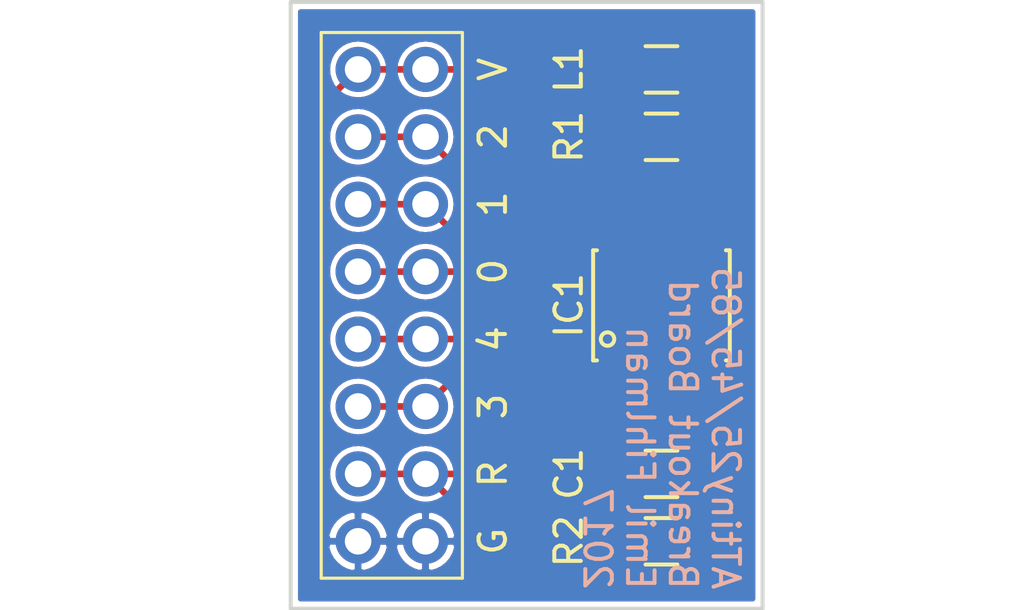
<source format=kicad_pcb>
(kicad_pcb (version 4) (host pcbnew 4.0.4-stable)

  (general
    (links 23)
    (no_connects 0)
    (area -5.155001 -2.615001 12.775001 20.395001)
    (thickness 1.6)
    (drawings 13)
    (tracks 61)
    (zones 0)
    (modules 6)
    (nets 10)
  )

  (page A4)
  (title_block
    (title "ATtiny25/45/85 Breakout Board")
    (date 2017-01-01)
    (rev 3)
    (company "Emil Fihlman")
  )

  (layers
    (0 F.Cu signal)
    (31 B.Cu signal)
    (32 B.Adhes user)
    (33 F.Adhes user)
    (34 B.Paste user)
    (35 F.Paste user)
    (36 B.SilkS user)
    (37 F.SilkS user)
    (38 B.Mask user)
    (39 F.Mask user)
    (40 Dwgs.User user)
    (41 Cmts.User user)
    (42 Eco1.User user)
    (43 Eco2.User user)
    (44 Edge.Cuts user)
    (45 Margin user)
    (46 B.CrtYd user)
    (47 F.CrtYd user)
    (48 B.Fab user)
    (49 F.Fab user)
  )

  (setup
    (last_trace_width 0.25)
    (trace_clearance 0.2)
    (zone_clearance 0.254)
    (zone_45_only no)
    (trace_min 0.2)
    (segment_width 0.2)
    (edge_width 0.15)
    (via_size 0.6)
    (via_drill 0.4)
    (via_min_size 0.4)
    (via_min_drill 0.3)
    (uvia_size 0.3)
    (uvia_drill 0.1)
    (uvias_allowed no)
    (uvia_min_size 0.2)
    (uvia_min_drill 0.1)
    (pcb_text_width 0.3)
    (pcb_text_size 1.5 1.5)
    (mod_edge_width 0.15)
    (mod_text_size 1 1)
    (mod_text_width 0.15)
    (pad_size 1.524 1.524)
    (pad_drill 0.762)
    (pad_to_mask_clearance 0.2)
    (aux_axis_origin 0 0)
    (visible_elements 7FFFFFFF)
    (pcbplotparams
      (layerselection 0x00030_80000001)
      (usegerberextensions false)
      (excludeedgelayer true)
      (linewidth 0.100000)
      (plotframeref false)
      (viasonmask false)
      (mode 1)
      (useauxorigin false)
      (hpglpennumber 1)
      (hpglpenspeed 20)
      (hpglpendiameter 15)
      (hpglpenoverlay 2)
      (psnegative false)
      (psa4output false)
      (plotreference true)
      (plotvalue true)
      (plotinvisibletext false)
      (padsonsilk false)
      (subtractmaskfromsilk false)
      (outputformat 1)
      (mirror false)
      (drillshape 1)
      (scaleselection 1)
      (outputdirectory ""))
  )

  (net 0 "")
  (net 1 VCC)
  (net 2 GND)
  (net 3 "Net-(D1-Pad2)")
  (net 4 "Net-(IC1-Pad1)")
  (net 5 "Net-(IC1-Pad2)")
  (net 6 "Net-(IC1-Pad3)")
  (net 7 "Net-(IC1-Pad5)")
  (net 8 "Net-(IC1-Pad6)")
  (net 9 "Net-(IC1-Pad7)")

  (net_class Default "This is the default net class."
    (clearance 0.2)
    (trace_width 0.25)
    (via_dia 0.6)
    (via_drill 0.4)
    (uvia_dia 0.3)
    (uvia_drill 0.1)
    (add_net GND)
    (add_net "Net-(D1-Pad2)")
    (add_net "Net-(IC1-Pad1)")
    (add_net "Net-(IC1-Pad2)")
    (add_net "Net-(IC1-Pad3)")
    (add_net "Net-(IC1-Pad5)")
    (add_net "Net-(IC1-Pad6)")
    (add_net "Net-(IC1-Pad7)")
    (add_net VCC)
  )

  (module Resistors_SMD:R_0805_HandSoldering (layer F.Cu) (tedit 586856A9) (tstamp 58683B6F)
    (at 137.1854 85.1408 180)
    (descr "Resistor SMD 0805, hand soldering")
    (tags "resistor 0805")
    (path /58683BDC)
    (attr smd)
    (fp_text reference L1 (at 3.4925 0 270) (layer F.SilkS)
      (effects (font (size 1 1) (thickness 0.15)))
    )
    (fp_text value WHITE (at -6.6294 -0.0762 180) (layer F.Fab)
      (effects (font (size 1 1) (thickness 0.15)))
    )
    (fp_line (start -1 0.625) (end -1 -0.625) (layer F.Fab) (width 0.1))
    (fp_line (start 1 0.625) (end -1 0.625) (layer F.Fab) (width 0.1))
    (fp_line (start 1 -0.625) (end 1 0.625) (layer F.Fab) (width 0.1))
    (fp_line (start -1 -0.625) (end 1 -0.625) (layer F.Fab) (width 0.1))
    (fp_line (start -2.4 -1) (end 2.4 -1) (layer F.CrtYd) (width 0.05))
    (fp_line (start -2.4 1) (end 2.4 1) (layer F.CrtYd) (width 0.05))
    (fp_line (start -2.4 -1) (end -2.4 1) (layer F.CrtYd) (width 0.05))
    (fp_line (start 2.4 -1) (end 2.4 1) (layer F.CrtYd) (width 0.05))
    (fp_line (start 0.6 0.875) (end -0.6 0.875) (layer F.SilkS) (width 0.15))
    (fp_line (start -0.6 -0.875) (end 0.6 -0.875) (layer F.SilkS) (width 0.15))
    (pad 1 smd rect (at -1.35 0 180) (size 1.5 1.3) (layers F.Cu F.Paste F.Mask)
      (net 2 GND))
    (pad 2 smd rect (at 1.35 0 180) (size 1.5 1.3) (layers F.Cu F.Paste F.Mask)
      (net 3 "Net-(D1-Pad2)"))
    (model Resistors_SMD.3dshapes/R_0805_HandSoldering.wrl
      (at (xyz 0 0 0))
      (scale (xyz 1 1 1))
      (rotate (xyz 0 0 0))
    )
  )

  (module Resistors_SMD:R_0805_HandSoldering (layer F.Cu) (tedit 58307B90) (tstamp 58683B95)
    (at 137.1854 87.6808 180)
    (descr "Resistor SMD 0805, hand soldering")
    (tags "resistor 0805")
    (path /58683BB5)
    (attr smd)
    (fp_text reference R1 (at 3.4925 0 270) (layer F.SilkS)
      (effects (font (size 1 1) (thickness 0.15)))
    )
    (fp_text value 470 (at -5.715 -0.0254 180) (layer F.Fab)
      (effects (font (size 1 1) (thickness 0.15)))
    )
    (fp_line (start -1 0.625) (end -1 -0.625) (layer F.Fab) (width 0.1))
    (fp_line (start 1 0.625) (end -1 0.625) (layer F.Fab) (width 0.1))
    (fp_line (start 1 -0.625) (end 1 0.625) (layer F.Fab) (width 0.1))
    (fp_line (start -1 -0.625) (end 1 -0.625) (layer F.Fab) (width 0.1))
    (fp_line (start -2.4 -1) (end 2.4 -1) (layer F.CrtYd) (width 0.05))
    (fp_line (start -2.4 1) (end 2.4 1) (layer F.CrtYd) (width 0.05))
    (fp_line (start -2.4 -1) (end -2.4 1) (layer F.CrtYd) (width 0.05))
    (fp_line (start 2.4 -1) (end 2.4 1) (layer F.CrtYd) (width 0.05))
    (fp_line (start 0.6 0.875) (end -0.6 0.875) (layer F.SilkS) (width 0.15))
    (fp_line (start -0.6 -0.875) (end 0.6 -0.875) (layer F.SilkS) (width 0.15))
    (pad 1 smd rect (at -1.35 0 180) (size 1.5 1.3) (layers F.Cu F.Paste F.Mask)
      (net 5 "Net-(IC1-Pad2)"))
    (pad 2 smd rect (at 1.35 0 180) (size 1.5 1.3) (layers F.Cu F.Paste F.Mask)
      (net 3 "Net-(D1-Pad2)"))
    (model Resistors_SMD.3dshapes/R_0805_HandSoldering.wrl
      (at (xyz 0 0 0))
      (scale (xyz 1 1 1))
      (rotate (xyz 0 0 0))
    )
  )

  (module Housings_SOIC:SOIC-8_3.9x4.9mm_Pitch1.27mm (layer F.Cu) (tedit 58685611) (tstamp 58683B7B)
    (at 137.1854 94.0308 90)
    (descr "8-Lead Plastic Small Outline (SN) - Narrow, 3.90 mm Body [SOIC] (see Microchip Packaging Specification 00000049BS.pdf)")
    (tags "SOIC 1.27")
    (path /58681C74)
    (attr smd)
    (fp_text reference IC1 (at 0 -3.4925 270) (layer F.SilkS)
      (effects (font (size 1 1) (thickness 0.15)))
    )
    (fp_text value ATTINY85-S (at -0.0762 9.1186 180) (layer F.Fab)
      (effects (font (size 1 1) (thickness 0.15)))
    )
    (fp_circle (center -1.27 -2.032) (end -1.016 -2.032) (layer F.SilkS) (width 0.15))
    (fp_line (start -0.95 -2.45) (end 1.95 -2.45) (layer F.Fab) (width 0.15))
    (fp_line (start 1.95 -2.45) (end 1.95 2.45) (layer F.Fab) (width 0.15))
    (fp_line (start 1.95 2.45) (end -1.95 2.45) (layer F.Fab) (width 0.15))
    (fp_line (start -1.95 2.45) (end -1.95 -1.45) (layer F.Fab) (width 0.15))
    (fp_line (start -1.95 -1.45) (end -0.95 -2.45) (layer F.Fab) (width 0.15))
    (fp_line (start -3.75 -2.75) (end -3.75 2.75) (layer F.CrtYd) (width 0.05))
    (fp_line (start 3.75 -2.75) (end 3.75 2.75) (layer F.CrtYd) (width 0.05))
    (fp_line (start -3.75 -2.75) (end 3.75 -2.75) (layer F.CrtYd) (width 0.05))
    (fp_line (start -3.75 2.75) (end 3.75 2.75) (layer F.CrtYd) (width 0.05))
    (fp_line (start 2.075 -2.575) (end 2.075 -2.43) (layer F.SilkS) (width 0.15))
    (fp_line (start 2.075 2.575) (end 2.075 2.43) (layer F.SilkS) (width 0.15))
    (fp_line (start -2.075 2.575) (end -2.075 2.43) (layer F.SilkS) (width 0.15))
    (fp_line (start -2.075 -2.575) (end 2.075 -2.575) (layer F.SilkS) (width 0.15))
    (fp_line (start -2.075 2.575) (end 2.075 2.575) (layer F.SilkS) (width 0.15))
    (fp_line (start -2.075 -2.575) (end -2.075 -2.43) (layer F.SilkS) (width 0.15))
    (pad 1 smd rect (at -2.7 -1.905 90) (size 1.55 0.6) (layers F.Cu F.Paste F.Mask)
      (net 4 "Net-(IC1-Pad1)"))
    (pad 2 smd rect (at -2.7 -0.635 90) (size 1.55 0.6) (layers F.Cu F.Paste F.Mask)
      (net 5 "Net-(IC1-Pad2)"))
    (pad 3 smd rect (at -2.7 0.635 90) (size 1.55 0.6) (layers F.Cu F.Paste F.Mask)
      (net 6 "Net-(IC1-Pad3)"))
    (pad 4 smd rect (at -2.7 1.905 90) (size 1.55 0.6) (layers F.Cu F.Paste F.Mask)
      (net 2 GND))
    (pad 5 smd rect (at 2.7 1.905 90) (size 1.55 0.6) (layers F.Cu F.Paste F.Mask)
      (net 7 "Net-(IC1-Pad5)"))
    (pad 6 smd rect (at 2.7 0.635 90) (size 1.55 0.6) (layers F.Cu F.Paste F.Mask)
      (net 8 "Net-(IC1-Pad6)"))
    (pad 7 smd rect (at 2.7 -0.635 90) (size 1.55 0.6) (layers F.Cu F.Paste F.Mask)
      (net 9 "Net-(IC1-Pad7)"))
    (pad 8 smd rect (at 2.7 -1.905 90) (size 1.55 0.6) (layers F.Cu F.Paste F.Mask)
      (net 1 VCC))
    (model Housings_SOIC.3dshapes/SOIC-8_3.9x4.9mm_Pitch1.27mm.wrl
      (at (xyz 0 0 0))
      (scale (xyz 1 1 1))
      (rotate (xyz 0 0 0))
    )
  )

  (module Pin_Headers:Pin_Header_Straight_2x08_Pitch2.54mm (layer F.Cu) (tedit 58684594) (tstamp 58683B8F)
    (at 125.7554 85.1408)
    (descr "Through hole straight pin header, 2x08, 2.54mm pitch, double rows")
    (tags "Through hole pin header THT 2x08 2.54mm double row")
    (path /586838FC)
    (fp_text reference P1 (at 1.4986 -3.3274) (layer F.SilkS) hide
      (effects (font (size 1 1) (thickness 0.15)))
    )
    (fp_text value CONN_02X08 (at -8.5344 8.8138) (layer F.Fab)
      (effects (font (size 1 1) (thickness 0.15)))
    )
    (fp_line (start -1.27 -1.27) (end -1.27 19.05) (layer F.Fab) (width 0.1))
    (fp_line (start -1.27 19.05) (end 3.81 19.05) (layer F.Fab) (width 0.1))
    (fp_line (start 3.81 19.05) (end 3.81 -1.27) (layer F.Fab) (width 0.1))
    (fp_line (start 3.81 -1.27) (end -1.27 -1.27) (layer F.Fab) (width 0.1))
    (fp_line (start -1.39 -1.39) (end -1.39 19.17) (layer F.SilkS) (width 0.12))
    (fp_line (start -1.39 19.17) (end 3.93 19.17) (layer F.SilkS) (width 0.12))
    (fp_line (start 3.93 19.17) (end 3.93 -1.39) (layer F.SilkS) (width 0.12))
    (fp_line (start -1.39 -1.39) (end 3.93 -1.39) (layer F.SilkS) (width 0.12))
    (fp_line (start -1.6 -1.6) (end -1.6 19.3) (layer F.CrtYd) (width 0.05))
    (fp_line (start -1.6 19.3) (end 4.1 19.3) (layer F.CrtYd) (width 0.05))
    (fp_line (start 4.1 19.3) (end 4.1 -1.6) (layer F.CrtYd) (width 0.05))
    (fp_line (start 4.1 -1.6) (end -1.6 -1.6) (layer F.CrtYd) (width 0.05))
    (pad 1 thru_hole oval (at 0 0) (size 1.7 1.7) (drill 1) (layers *.Cu *.Mask)
      (net 1 VCC))
    (pad 2 thru_hole oval (at 2.54 0) (size 1.7 1.7) (drill 1) (layers *.Cu *.Mask)
      (net 1 VCC))
    (pad 3 thru_hole oval (at 0 2.54) (size 1.7 1.7) (drill 1) (layers *.Cu *.Mask)
      (net 9 "Net-(IC1-Pad7)"))
    (pad 4 thru_hole oval (at 2.54 2.54) (size 1.7 1.7) (drill 1) (layers *.Cu *.Mask)
      (net 9 "Net-(IC1-Pad7)"))
    (pad 5 thru_hole oval (at 0 5.08) (size 1.7 1.7) (drill 1) (layers *.Cu *.Mask)
      (net 8 "Net-(IC1-Pad6)"))
    (pad 6 thru_hole oval (at 2.54 5.08) (size 1.7 1.7) (drill 1) (layers *.Cu *.Mask)
      (net 8 "Net-(IC1-Pad6)"))
    (pad 7 thru_hole oval (at 0 7.62) (size 1.7 1.7) (drill 1) (layers *.Cu *.Mask)
      (net 7 "Net-(IC1-Pad5)"))
    (pad 8 thru_hole oval (at 2.54 7.62) (size 1.7 1.7) (drill 1) (layers *.Cu *.Mask)
      (net 7 "Net-(IC1-Pad5)"))
    (pad 9 thru_hole oval (at 0 10.16) (size 1.7 1.7) (drill 1) (layers *.Cu *.Mask)
      (net 6 "Net-(IC1-Pad3)"))
    (pad 10 thru_hole oval (at 2.54 10.16) (size 1.7 1.7) (drill 1) (layers *.Cu *.Mask)
      (net 6 "Net-(IC1-Pad3)"))
    (pad 11 thru_hole oval (at 0 12.7) (size 1.7 1.7) (drill 1) (layers *.Cu *.Mask)
      (net 5 "Net-(IC1-Pad2)"))
    (pad 12 thru_hole oval (at 2.54 12.7) (size 1.7 1.7) (drill 1) (layers *.Cu *.Mask)
      (net 5 "Net-(IC1-Pad2)"))
    (pad 13 thru_hole oval (at 0 15.24) (size 1.7 1.7) (drill 1) (layers *.Cu *.Mask)
      (net 4 "Net-(IC1-Pad1)"))
    (pad 14 thru_hole oval (at 2.54 15.24) (size 1.7 1.7) (drill 1) (layers *.Cu *.Mask)
      (net 4 "Net-(IC1-Pad1)"))
    (pad 15 thru_hole oval (at 0 17.78) (size 1.7 1.7) (drill 1) (layers *.Cu *.Mask)
      (net 2 GND))
    (pad 16 thru_hole oval (at 2.54 17.78) (size 1.7 1.7) (drill 1) (layers *.Cu *.Mask)
      (net 2 GND))
    (model Pin_Headers.3dshapes/Pin_Header_Straight_2x08_Pitch2.54mm.wrl
      (at (xyz 0.05 -0.35 0))
      (scale (xyz 1 1 1))
      (rotate (xyz 0 0 90))
    )
  )

  (module Resistors_SMD:R_0805_HandSoldering (layer F.Cu) (tedit 5868833C) (tstamp 58684850)
    (at 137.1854 102.9208 180)
    (descr "Resistor SMD 0805, hand soldering")
    (tags "resistor 0805")
    (path /58684376)
    (attr smd)
    (fp_text reference R2 (at 3.4925 0 270) (layer F.SilkS)
      (effects (font (size 1 1) (thickness 0.15)))
    )
    (fp_text value 10k (at -5.9182 -0.1524 180) (layer F.Fab)
      (effects (font (size 1 1) (thickness 0.15)))
    )
    (fp_line (start -1 0.625) (end -1 -0.625) (layer F.Fab) (width 0.1))
    (fp_line (start 1 0.625) (end -1 0.625) (layer F.Fab) (width 0.1))
    (fp_line (start 1 -0.625) (end 1 0.625) (layer F.Fab) (width 0.1))
    (fp_line (start -1 -0.625) (end 1 -0.625) (layer F.Fab) (width 0.1))
    (fp_line (start -2.4 -1) (end 2.4 -1) (layer F.CrtYd) (width 0.05))
    (fp_line (start -2.4 1) (end 2.4 1) (layer F.CrtYd) (width 0.05))
    (fp_line (start -2.4 -1) (end -2.4 1) (layer F.CrtYd) (width 0.05))
    (fp_line (start 2.4 -1) (end 2.4 1) (layer F.CrtYd) (width 0.05))
    (fp_line (start 0.6 0.875) (end -0.6 0.875) (layer F.SilkS) (width 0.15))
    (fp_line (start -0.6 -0.875) (end 0.6 -0.875) (layer F.SilkS) (width 0.15))
    (pad 1 smd rect (at -1.35 0 180) (size 1.5 1.3) (layers F.Cu F.Paste F.Mask)
      (net 1 VCC))
    (pad 2 smd rect (at 1.35 0 180) (size 1.5 1.3) (layers F.Cu F.Paste F.Mask)
      (net 4 "Net-(IC1-Pad1)"))
    (model Resistors_SMD.3dshapes/R_0805_HandSoldering.wrl
      (at (xyz 0 0 0))
      (scale (xyz 1 1 1))
      (rotate (xyz 0 0 0))
    )
  )

  (module Resistors_SMD:R_0805_HandSoldering (layer F.Cu) (tedit 58307B90) (tstamp 58685117)
    (at 137.1854 100.3808 180)
    (descr "Resistor SMD 0805, hand soldering")
    (tags "resistor 0805")
    (path /58681CB9)
    (attr smd)
    (fp_text reference C1 (at 3.4925 0 270) (layer F.SilkS)
      (effects (font (size 1 1) (thickness 0.15)))
    )
    (fp_text value 1u (at -5.5626 -0.1016 180) (layer F.Fab)
      (effects (font (size 1 1) (thickness 0.15)))
    )
    (fp_line (start -1 0.625) (end -1 -0.625) (layer F.Fab) (width 0.1))
    (fp_line (start 1 0.625) (end -1 0.625) (layer F.Fab) (width 0.1))
    (fp_line (start 1 -0.625) (end 1 0.625) (layer F.Fab) (width 0.1))
    (fp_line (start -1 -0.625) (end 1 -0.625) (layer F.Fab) (width 0.1))
    (fp_line (start -2.4 -1) (end 2.4 -1) (layer F.CrtYd) (width 0.05))
    (fp_line (start -2.4 1) (end 2.4 1) (layer F.CrtYd) (width 0.05))
    (fp_line (start -2.4 -1) (end -2.4 1) (layer F.CrtYd) (width 0.05))
    (fp_line (start 2.4 -1) (end 2.4 1) (layer F.CrtYd) (width 0.05))
    (fp_line (start 0.6 0.875) (end -0.6 0.875) (layer F.SilkS) (width 0.15))
    (fp_line (start -0.6 -0.875) (end 0.6 -0.875) (layer F.SilkS) (width 0.15))
    (pad 1 smd rect (at -1.35 0 180) (size 1.5 1.3) (layers F.Cu F.Paste F.Mask)
      (net 1 VCC))
    (pad 2 smd rect (at 1.35 0 180) (size 1.5 1.3) (layers F.Cu F.Paste F.Mask)
      (net 2 GND))
    (model Resistors_SMD.3dshapes/R_0805_HandSoldering.wrl
      (at (xyz 0 0 0))
      (scale (xyz 1 1 1))
      (rotate (xyz 0 0 0))
    )
  )

  (gr_text "ATtiny25/45/85\nBreakout Board\nEmil Fihlman\n2017" (at 137.1854 104.8258 270) (layer B.SilkS)
    (effects (font (size 1 1) (thickness 0.15)) (justify left mirror))
  )
  (gr_line (start 123.2154 105.4608) (end 123.2154 82.6008) (layer Edge.Cuts) (width 0.15))
  (gr_line (start 140.9954 105.4608) (end 123.2154 105.4608) (layer Edge.Cuts) (width 0.15))
  (gr_line (start 140.9954 82.6008) (end 140.9954 105.4608) (layer Edge.Cuts) (width 0.15))
  (gr_line (start 123.2154 82.6008) (end 140.9954 82.6008) (layer Edge.Cuts) (width 0.15))
  (gr_text R (at 130.8354 100.3808 90) (layer F.SilkS) (tstamp 586852D0)
    (effects (font (size 1 1) (thickness 0.15)))
  )
  (gr_text 3 (at 130.8354 97.8408 90) (layer F.SilkS) (tstamp 586852CF)
    (effects (font (size 1 1) (thickness 0.15)))
  )
  (gr_text 4 (at 130.8354 95.3008 90) (layer F.SilkS) (tstamp 586852CE)
    (effects (font (size 1 1) (thickness 0.15)))
  )
  (gr_text 0 (at 130.8354 92.7608 90) (layer F.SilkS) (tstamp 586852CC)
    (effects (font (size 1 1) (thickness 0.15)))
  )
  (gr_text 1 (at 130.8354 90.2208 90) (layer F.SilkS) (tstamp 586852CB)
    (effects (font (size 1 1) (thickness 0.15)))
  )
  (gr_text 2 (at 130.8354 87.6808 90) (layer F.SilkS) (tstamp 58684FDA)
    (effects (font (size 1 1) (thickness 0.15)))
  )
  (gr_text G (at 130.8354 102.9208 90) (layer F.SilkS) (tstamp 58684FD6)
    (effects (font (size 1 1) (thickness 0.15)))
  )
  (gr_text V (at 130.8354 85.1408 90) (layer F.SilkS)
    (effects (font (size 1 1) (thickness 0.15)))
  )

  (segment (start 138.5354 102.9208) (end 138.5354 102.0208) (width 0.25) (layer F.Cu) (net 1))
  (segment (start 138.5354 102.0208) (end 138.5354 100.3808) (width 0.25) (layer F.Cu) (net 1))
  (segment (start 124.905401 85.990799) (end 125.7554 85.1408) (width 0.25) (layer F.Cu) (net 1))
  (segment (start 124.108389 86.787811) (end 124.905401 85.990799) (width 0.25) (layer F.Cu) (net 1))
  (segment (start 124.108389 103.012791) (end 124.108389 86.787811) (width 0.25) (layer F.Cu) (net 1))
  (segment (start 125.663409 104.567811) (end 124.108389 103.012791) (width 0.25) (layer F.Cu) (net 1))
  (segment (start 136.788389 104.567811) (end 125.663409 104.567811) (width 0.25) (layer F.Cu) (net 1))
  (segment (start 138.4354 102.9208) (end 136.788389 104.567811) (width 0.25) (layer F.Cu) (net 1))
  (segment (start 138.5354 102.9208) (end 138.4354 102.9208) (width 0.25) (layer F.Cu) (net 1))
  (segment (start 128.2954 85.1408) (end 125.7554 85.1408) (width 0.25) (layer F.Cu) (net 1))
  (segment (start 135.2804 91.3308) (end 135.2804 90.8558) (width 0.25) (layer F.Cu) (net 1))
  (segment (start 135.2804 90.8558) (end 129.5654 85.1408) (width 0.25) (layer F.Cu) (net 1))
  (segment (start 129.497481 85.1408) (end 128.2954 85.1408) (width 0.25) (layer F.Cu) (net 1))
  (segment (start 129.5654 85.1408) (end 129.497481 85.1408) (width 0.25) (layer F.Cu) (net 1))
  (segment (start 135.8354 87.6808) (end 135.8354 85.1408) (width 0.25) (layer F.Cu) (net 3))
  (segment (start 132.1054 100.3808) (end 128.2954 100.3808) (width 0.25) (layer F.Cu) (net 4))
  (segment (start 135.2804 96.7308) (end 135.2804 97.2058) (width 0.25) (layer F.Cu) (net 4))
  (segment (start 135.2804 97.2058) (end 132.1054 100.3808) (width 0.25) (layer F.Cu) (net 4))
  (segment (start 135.8354 102.9208) (end 130.8354 102.9208) (width 0.25) (layer F.Cu) (net 4))
  (segment (start 130.8354 102.9208) (end 128.2954 100.3808) (width 0.25) (layer F.Cu) (net 4))
  (segment (start 125.7554 100.3808) (end 126.957481 100.3808) (width 0.25) (layer F.Cu) (net 4))
  (segment (start 126.957481 100.3808) (end 128.2954 100.3808) (width 0.25) (layer F.Cu) (net 4))
  (segment (start 140.0429 97.438302) (end 140.0429 90.0883) (width 0.25) (layer F.Cu) (net 5))
  (segment (start 140.0429 90.0883) (end 138.5354 88.5808) (width 0.25) (layer F.Cu) (net 5))
  (segment (start 138.5354 88.5808) (end 138.5354 87.6808) (width 0.25) (layer F.Cu) (net 5))
  (segment (start 136.5504 96.7308) (end 136.5504 97.2058) (width 0.25) (layer F.Cu) (net 5))
  (segment (start 136.5504 97.2058) (end 137.175401 97.830801) (width 0.25) (layer F.Cu) (net 5))
  (segment (start 139.650401 97.830801) (end 140.0429 97.438302) (width 0.25) (layer F.Cu) (net 5))
  (segment (start 137.175401 97.830801) (end 139.650401 97.830801) (width 0.25) (layer F.Cu) (net 5))
  (segment (start 129.145399 96.990801) (end 128.2954 97.8408) (width 0.25) (layer F.Cu) (net 5))
  (segment (start 130.833879 95.302321) (end 129.145399 96.990801) (width 0.25) (layer F.Cu) (net 5))
  (segment (start 135.596921 95.302321) (end 130.833879 95.302321) (width 0.25) (layer F.Cu) (net 5))
  (segment (start 136.5504 96.7308) (end 136.5504 96.2558) (width 0.25) (layer F.Cu) (net 5))
  (segment (start 136.5504 96.2558) (end 135.596921 95.302321) (width 0.25) (layer F.Cu) (net 5))
  (segment (start 125.7554 97.8408) (end 128.2954 97.8408) (width 0.25) (layer F.Cu) (net 5))
  (segment (start 129.497481 95.3008) (end 128.2954 95.3008) (width 0.25) (layer F.Cu) (net 6))
  (segment (start 136.41691 94.85231) (end 129.945971 94.85231) (width 0.25) (layer F.Cu) (net 6))
  (segment (start 137.8204 96.2558) (end 136.41691 94.85231) (width 0.25) (layer F.Cu) (net 6))
  (segment (start 137.8204 96.7308) (end 137.8204 96.2558) (width 0.25) (layer F.Cu) (net 6))
  (segment (start 129.945971 94.85231) (end 129.497481 95.3008) (width 0.25) (layer F.Cu) (net 6))
  (segment (start 125.7554 95.3008) (end 128.2954 95.3008) (width 0.25) (layer F.Cu) (net 6))
  (segment (start 129.497481 92.7608) (end 128.2954 92.7608) (width 0.25) (layer F.Cu) (net 7))
  (segment (start 139.0904 91.8058) (end 137.55991 93.33629) (width 0.25) (layer F.Cu) (net 7))
  (segment (start 130.072971 93.33629) (end 129.497481 92.7608) (width 0.25) (layer F.Cu) (net 7))
  (segment (start 139.0904 91.3308) (end 139.0904 91.8058) (width 0.25) (layer F.Cu) (net 7))
  (segment (start 137.55991 93.33629) (end 130.072971 93.33629) (width 0.25) (layer F.Cu) (net 7))
  (segment (start 125.7554 92.7608) (end 126.957481 92.7608) (width 0.25) (layer F.Cu) (net 7))
  (segment (start 126.957481 92.7608) (end 128.2954 92.7608) (width 0.25) (layer F.Cu) (net 7))
  (segment (start 137.8204 91.3308) (end 137.8204 91.8058) (width 0.25) (layer F.Cu) (net 8))
  (segment (start 137.8204 91.8058) (end 136.745389 92.880811) (width 0.25) (layer F.Cu) (net 8))
  (segment (start 136.745389 92.880811) (end 130.955411 92.880811) (width 0.25) (layer F.Cu) (net 8))
  (segment (start 130.955411 92.880811) (end 128.2954 90.2208) (width 0.25) (layer F.Cu) (net 8))
  (segment (start 125.7554 90.2208) (end 126.957481 90.2208) (width 0.25) (layer F.Cu) (net 8))
  (segment (start 126.957481 90.2208) (end 128.2954 90.2208) (width 0.25) (layer F.Cu) (net 8))
  (segment (start 136.5504 91.3308) (end 136.5504 91.8058) (width 0.25) (layer F.Cu) (net 9))
  (segment (start 136.5504 91.8058) (end 135.925399 92.430801) (width 0.25) (layer F.Cu) (net 9))
  (segment (start 135.925399 92.430801) (end 133.045401 92.430801) (width 0.25) (layer F.Cu) (net 9))
  (segment (start 129.145399 88.530799) (end 128.2954 87.6808) (width 0.25) (layer F.Cu) (net 9))
  (segment (start 133.045401 92.430801) (end 129.145399 88.530799) (width 0.25) (layer F.Cu) (net 9))
  (segment (start 125.7554 87.6808) (end 126.957481 87.6808) (width 0.25) (layer F.Cu) (net 9))
  (segment (start 126.957481 87.6808) (end 128.2954 87.6808) (width 0.25) (layer F.Cu) (net 9))

  (zone (net 2) (net_name GND) (layer F.Cu) (tstamp 0) (hatch edge 0.508)
    (connect_pads (clearance 0.2))
    (min_thickness 0.2)
    (fill yes (arc_segments 32) (thermal_gap 0.254) (thermal_bridge_width 0.254))
    (polygon
      (pts
        (xy 123.2154 82.6008) (xy 140.9954 82.6008) (xy 140.9954 105.4608) (xy 123.2154 105.4608)
      )
    )
    (filled_polygon
      (pts
        (xy 140.6204 105.0858) (xy 123.5904 105.0858) (xy 123.5904 86.787811) (xy 123.683389 86.787811) (xy 123.683389 103.012791)
        (xy 123.687222 103.051882) (xy 123.690642 103.09097) (xy 123.691265 103.093113) (xy 123.691483 103.095341) (xy 123.70283 103.132922)
        (xy 123.713782 103.170623) (xy 123.714812 103.172611) (xy 123.715457 103.174746) (xy 123.733871 103.209378) (xy 123.751954 103.244263)
        (xy 123.753348 103.246009) (xy 123.754397 103.247982) (xy 123.779227 103.278427) (xy 123.803702 103.309086) (xy 123.806762 103.312188)
        (xy 123.806821 103.312261) (xy 123.806888 103.312317) (xy 123.807869 103.313311) (xy 125.362888 104.868331) (xy 125.393227 104.893252)
        (xy 125.423298 104.918484) (xy 125.425256 104.91956) (xy 125.426983 104.920979) (xy 125.461567 104.939523) (xy 125.495984 104.958444)
        (xy 125.498116 104.95912) (xy 125.500083 104.960175) (xy 125.537594 104.971643) (xy 125.575047 104.983524) (xy 125.577269 104.983773)
        (xy 125.579404 104.984426) (xy 125.61845 104.988392) (xy 125.657475 104.99277) (xy 125.661838 104.9928) (xy 125.661925 104.992809)
        (xy 125.662006 104.992801) (xy 125.663409 104.992811) (xy 136.788389 104.992811) (xy 136.82748 104.988978) (xy 136.866568 104.985558)
        (xy 136.868711 104.984935) (xy 136.870939 104.984717) (xy 136.90852 104.97337) (xy 136.946221 104.962418) (xy 136.948209 104.961388)
        (xy 136.950344 104.960743) (xy 136.984976 104.942329) (xy 137.019861 104.924246) (xy 137.021607 104.922852) (xy 137.02358 104.921803)
        (xy 137.054025 104.896973) (xy 137.084684 104.872498) (xy 137.087786 104.869438) (xy 137.087859 104.869379) (xy 137.087915 104.869312)
        (xy 137.088909 104.868331) (xy 138.072841 103.8844) (xy 139.4968 103.8844) (xy 139.533146 103.877561) (xy 139.566527 103.856081)
        (xy 139.588921 103.823306) (xy 139.5968 103.7844) (xy 139.5968 102.0572) (xy 139.589961 102.020854) (xy 139.568481 101.987473)
        (xy 139.535706 101.965079) (xy 139.4968 101.9572) (xy 138.9604 101.9572) (xy 138.9604 101.34521) (xy 139.4968 101.34521)
        (xy 139.533146 101.338371) (xy 139.566527 101.316891) (xy 139.588921 101.284116) (xy 139.5968 101.24521) (xy 139.5968 99.51801)
        (xy 139.589961 99.481664) (xy 139.568481 99.448283) (xy 139.535706 99.425889) (xy 139.4968 99.41801) (xy 137.5664 99.41801)
        (xy 137.530054 99.424849) (xy 137.496673 99.446329) (xy 137.474279 99.479104) (xy 137.4664 99.51801) (xy 137.4664 101.24521)
        (xy 137.473239 101.281556) (xy 137.494719 101.314937) (xy 137.527494 101.337331) (xy 137.5664 101.34521) (xy 138.1104 101.34521)
        (xy 138.1104 101.9572) (xy 137.5664 101.9572) (xy 137.530054 101.964039) (xy 137.496673 101.985519) (xy 137.474279 102.018294)
        (xy 137.4664 102.0572) (xy 137.4664 103.288759) (xy 136.612349 104.142811) (xy 125.83945 104.142811) (xy 125.782402 104.085763)
        (xy 125.782402 104.035999) (xy 125.970367 104.105455) (xy 126.197351 104.040754) (xy 126.407351 103.933014) (xy 126.592297 103.786375)
        (xy 126.745082 103.606473) (xy 126.859834 103.400221) (xy 126.932143 103.175545) (xy 126.940054 103.135767) (xy 127.110746 103.135767)
        (xy 127.118657 103.175545) (xy 127.190966 103.400221) (xy 127.305718 103.606473) (xy 127.458503 103.786375) (xy 127.643449 103.933014)
        (xy 127.853449 104.040754) (xy 128.080433 104.105455) (xy 128.2684 104.035998) (xy 128.2684 102.9478) (xy 128.3224 102.9478)
        (xy 128.3224 104.035998) (xy 128.510367 104.105455) (xy 128.737351 104.040754) (xy 128.947351 103.933014) (xy 129.132297 103.786375)
        (xy 129.285082 103.606473) (xy 129.399834 103.400221) (xy 129.472143 103.175545) (xy 129.480054 103.135767) (xy 129.410573 102.9478)
        (xy 128.3224 102.9478) (xy 128.2684 102.9478) (xy 127.180227 102.9478) (xy 127.110746 103.135767) (xy 126.940054 103.135767)
        (xy 126.870573 102.9478) (xy 125.7824 102.9478) (xy 125.7824 102.9678) (xy 125.7284 102.9678) (xy 125.7284 102.9478)
        (xy 125.7084 102.9478) (xy 125.7084 102.8938) (xy 125.7284 102.8938) (xy 125.7284 101.805602) (xy 125.7824 101.805602)
        (xy 125.7824 102.8938) (xy 126.870573 102.8938) (xy 126.940054 102.705833) (xy 127.110746 102.705833) (xy 127.180227 102.8938)
        (xy 128.2684 102.8938) (xy 128.2684 101.805602) (xy 128.3224 101.805602) (xy 128.3224 102.8938) (xy 129.410573 102.8938)
        (xy 129.480054 102.705833) (xy 129.472143 102.666055) (xy 129.399834 102.441379) (xy 129.285082 102.235127) (xy 129.132297 102.055225)
        (xy 128.947351 101.908586) (xy 128.737351 101.800846) (xy 128.510367 101.736145) (xy 128.3224 101.805602) (xy 128.2684 101.805602)
        (xy 128.080433 101.736145) (xy 127.853449 101.800846) (xy 127.643449 101.908586) (xy 127.458503 102.055225) (xy 127.305718 102.235127)
        (xy 127.190966 102.441379) (xy 127.118657 102.666055) (xy 127.110746 102.705833) (xy 126.940054 102.705833) (xy 126.932143 102.666055)
        (xy 126.859834 102.441379) (xy 126.745082 102.235127) (xy 126.592297 102.055225) (xy 126.407351 101.908586) (xy 126.197351 101.800846)
        (xy 125.970367 101.736145) (xy 125.7824 101.805602) (xy 125.7284 101.805602) (xy 125.540433 101.736145) (xy 125.313449 101.800846)
        (xy 125.103449 101.908586) (xy 124.918503 102.055225) (xy 124.765718 102.235127) (xy 124.650966 102.441379) (xy 124.578657 102.666055)
        (xy 124.570746 102.705833) (xy 124.640226 102.893798) (xy 124.590436 102.893798) (xy 124.533389 102.836751) (xy 124.533389 86.963851)
        (xy 125.205921 86.29132) (xy 125.205926 86.291314) (xy 125.2988 86.19844) (xy 125.510738 86.26567) (xy 125.733779 86.290688)
        (xy 125.749836 86.2908) (xy 125.760964 86.2908) (xy 125.984334 86.268898) (xy 126.199195 86.204028) (xy 126.397364 86.098659)
        (xy 126.571293 85.956806) (xy 126.714357 85.783872) (xy 126.821107 85.586443) (xy 126.827497 85.5658) (xy 127.221869 85.5658)
        (xy 127.223575 85.571598) (xy 127.327557 85.770498) (xy 127.468192 85.945413) (xy 127.640124 86.089681) (xy 127.836803 86.197806)
        (xy 128.050738 86.26567) (xy 128.273779 86.290688) (xy 128.289836 86.2908) (xy 128.300964 86.2908) (xy 128.524334 86.268898)
        (xy 128.739195 86.204028) (xy 128.937364 86.098659) (xy 129.111293 85.956806) (xy 129.254357 85.783872) (xy 129.361107 85.586443)
        (xy 129.367497 85.5658) (xy 129.38936 85.5658) (xy 134.6724 90.848841) (xy 134.6724 92.005801) (xy 133.221442 92.005801)
        (xy 129.445919 88.230279) (xy 129.354431 88.138791) (xy 129.361107 88.126443) (xy 129.427476 87.91204) (xy 129.450936 87.688828)
        (xy 129.430594 87.465311) (xy 129.367225 87.250002) (xy 129.263243 87.051102) (xy 129.122608 86.876187) (xy 128.950676 86.731919)
        (xy 128.753997 86.623794) (xy 128.540062 86.55593) (xy 128.317021 86.530912) (xy 128.300964 86.5308) (xy 128.289836 86.5308)
        (xy 128.066466 86.552702) (xy 127.851605 86.617572) (xy 127.653436 86.722941) (xy 127.479507 86.864794) (xy 127.336443 87.037728)
        (xy 127.229693 87.235157) (xy 127.223303 87.2558) (xy 126.828931 87.2558) (xy 126.827225 87.250002) (xy 126.723243 87.051102)
        (xy 126.582608 86.876187) (xy 126.410676 86.731919) (xy 126.213997 86.623794) (xy 126.000062 86.55593) (xy 125.777021 86.530912)
        (xy 125.760964 86.5308) (xy 125.749836 86.5308) (xy 125.526466 86.552702) (xy 125.311605 86.617572) (xy 125.113436 86.722941)
        (xy 124.939507 86.864794) (xy 124.796443 87.037728) (xy 124.689693 87.235157) (xy 124.623324 87.44956) (xy 124.599864 87.672772)
        (xy 124.620206 87.896289) (xy 124.683575 88.111598) (xy 124.787557 88.310498) (xy 124.928192 88.485413) (xy 125.100124 88.629681)
        (xy 125.296803 88.737806) (xy 125.510738 88.80567) (xy 125.733779 88.830688) (xy 125.749836 88.8308) (xy 125.760964 88.8308)
        (xy 125.984334 88.808898) (xy 126.199195 88.744028) (xy 126.397364 88.638659) (xy 126.571293 88.496806) (xy 126.714357 88.323872)
        (xy 126.821107 88.126443) (xy 126.827497 88.1058) (xy 127.221869 88.1058) (xy 127.223575 88.111598) (xy 127.327557 88.310498)
        (xy 127.468192 88.485413) (xy 127.640124 88.629681) (xy 127.836803 88.737806) (xy 128.050738 88.80567) (xy 128.273779 88.830688)
        (xy 128.289836 88.8308) (xy 128.300964 88.8308) (xy 128.524334 88.808898) (xy 128.739195 88.744028) (xy 128.751203 88.737643)
        (xy 128.844879 88.831319) (xy 132.46937 92.455811) (xy 131.131452 92.455811) (xy 129.354431 90.67879) (xy 129.361107 90.666443)
        (xy 129.427476 90.45204) (xy 129.450936 90.228828) (xy 129.430594 90.005311) (xy 129.367225 89.790002) (xy 129.263243 89.591102)
        (xy 129.122608 89.416187) (xy 128.950676 89.271919) (xy 128.753997 89.163794) (xy 128.540062 89.09593) (xy 128.317021 89.070912)
        (xy 128.300964 89.0708) (xy 128.289836 89.0708) (xy 128.066466 89.092702) (xy 127.851605 89.157572) (xy 127.653436 89.262941)
        (xy 127.479507 89.404794) (xy 127.336443 89.577728) (xy 127.229693 89.775157) (xy 127.223303 89.7958) (xy 126.828931 89.7958)
        (xy 126.827225 89.790002) (xy 126.723243 89.591102) (xy 126.582608 89.416187) (xy 126.410676 89.271919) (xy 126.213997 89.163794)
        (xy 126.000062 89.09593) (xy 125.777021 89.070912) (xy 125.760964 89.0708) (xy 125.749836 89.0708) (xy 125.526466 89.092702)
        (xy 125.311605 89.157572) (xy 125.113436 89.262941) (xy 124.939507 89.404794) (xy 124.796443 89.577728) (xy 124.689693 89.775157)
        (xy 124.623324 89.98956) (xy 124.599864 90.212772) (xy 124.620206 90.436289) (xy 124.683575 90.651598) (xy 124.787557 90.850498)
        (xy 124.928192 91.025413) (xy 125.100124 91.169681) (xy 125.296803 91.277806) (xy 125.510738 91.34567) (xy 125.733779 91.370688)
        (xy 125.749836 91.3708) (xy 125.760964 91.3708) (xy 125.984334 91.348898) (xy 126.199195 91.284028) (xy 126.397364 91.178659)
        (xy 126.571293 91.036806) (xy 126.714357 90.863872) (xy 126.821107 90.666443) (xy 126.827497 90.6458) (xy 127.221869 90.6458)
        (xy 127.223575 90.651598) (xy 127.327557 90.850498) (xy 127.468192 91.025413) (xy 127.640124 91.169681) (xy 127.836803 91.277806)
        (xy 128.050738 91.34567) (xy 128.273779 91.370688) (xy 128.289836 91.3708) (xy 128.300964 91.3708) (xy 128.524334 91.348898)
        (xy 128.739195 91.284028) (xy 128.751203 91.277643) (xy 130.384849 92.91129) (xy 130.249012 92.91129) (xy 129.798001 92.46028)
        (xy 129.767682 92.435376) (xy 129.737592 92.410127) (xy 129.735635 92.409051) (xy 129.733906 92.407631) (xy 129.699324 92.389089)
        (xy 129.664906 92.370167) (xy 129.662772 92.36949) (xy 129.660806 92.368436) (xy 129.62331 92.356972) (xy 129.585843 92.345087)
        (xy 129.583621 92.344838) (xy 129.581486 92.344185) (xy 129.54244 92.340219) (xy 129.503415 92.335841) (xy 129.499052 92.335811)
        (xy 129.498965 92.335802) (xy 129.498884 92.33581) (xy 129.497481 92.3358) (xy 129.368931 92.3358) (xy 129.367225 92.330002)
        (xy 129.263243 92.131102) (xy 129.122608 91.956187) (xy 128.950676 91.811919) (xy 128.753997 91.703794) (xy 128.540062 91.63593)
        (xy 128.317021 91.610912) (xy 128.300964 91.6108) (xy 128.289836 91.6108) (xy 128.066466 91.632702) (xy 127.851605 91.697572)
        (xy 127.653436 91.802941) (xy 127.479507 91.944794) (xy 127.336443 92.117728) (xy 127.229693 92.315157) (xy 127.223303 92.3358)
        (xy 126.828931 92.3358) (xy 126.827225 92.330002) (xy 126.723243 92.131102) (xy 126.582608 91.956187) (xy 126.410676 91.811919)
        (xy 126.213997 91.703794) (xy 126.000062 91.63593) (xy 125.777021 91.610912) (xy 125.760964 91.6108) (xy 125.749836 91.6108)
        (xy 125.526466 91.632702) (xy 125.311605 91.697572) (xy 125.113436 91.802941) (xy 124.939507 91.944794) (xy 124.796443 92.117728)
        (xy 124.689693 92.315157) (xy 124.623324 92.52956) (xy 124.599864 92.752772) (xy 124.620206 92.976289) (xy 124.683575 93.191598)
        (xy 124.787557 93.390498) (xy 124.928192 93.565413) (xy 125.100124 93.709681) (xy 125.296803 93.817806) (xy 125.510738 93.88567)
        (xy 125.733779 93.910688) (xy 125.749836 93.9108) (xy 125.760964 93.9108) (xy 125.984334 93.888898) (xy 126.199195 93.824028)
        (xy 126.397364 93.718659) (xy 126.571293 93.576806) (xy 126.714357 93.403872) (xy 126.821107 93.206443) (xy 126.827497 93.1858)
        (xy 127.221869 93.1858) (xy 127.223575 93.191598) (xy 127.327557 93.390498) (xy 127.468192 93.565413) (xy 127.640124 93.709681)
        (xy 127.836803 93.817806) (xy 128.050738 93.88567) (xy 128.273779 93.910688) (xy 128.289836 93.9108) (xy 128.300964 93.9108)
        (xy 128.524334 93.888898) (xy 128.739195 93.824028) (xy 128.937364 93.718659) (xy 129.111293 93.576806) (xy 129.254357 93.403872)
        (xy 129.354431 93.21879) (xy 129.772451 93.636811) (xy 129.8028 93.661739) (xy 129.83286 93.686963) (xy 129.834817 93.688039)
        (xy 129.836546 93.689459) (xy 129.871163 93.70802) (xy 129.905546 93.726923) (xy 129.907676 93.727599) (xy 129.909646 93.728655)
        (xy 129.947187 93.740132) (xy 129.984609 93.752003) (xy 129.986831 93.752252) (xy 129.988966 93.752905) (xy 130.028007 93.756871)
        (xy 130.067037 93.761249) (xy 130.071401 93.761279) (xy 130.071488 93.761288) (xy 130.071569 93.76128) (xy 130.072971 93.76129)
        (xy 137.55991 93.76129) (xy 137.599001 93.757457) (xy 137.638089 93.754037) (xy 137.640232 93.753414) (xy 137.64246 93.753196)
        (xy 137.680041 93.741849) (xy 137.717742 93.730897) (xy 137.71973 93.729867) (xy 137.721865 93.729222) (xy 137.756497 93.710808)
        (xy 137.791382 93.692725) (xy 137.793128 93.691331) (xy 137.795101 93.690282) (xy 137.825546 93.665452) (xy 137.856205 93.640977)
        (xy 137.859307 93.637917) (xy 137.85938 93.637858) (xy 137.859436 93.637791) (xy 137.86043 93.63681) (xy 139.068241 92.429)
        (xy 139.5984 92.429) (xy 139.6179 92.425331) (xy 139.6179 95.636549) (xy 139.5984 95.6326) (xy 139.5476 95.6326)
        (xy 139.539055 95.634208) (xy 139.493658 95.615404) (xy 139.425266 95.6018) (xy 139.2059 95.6018) (xy 139.1174 95.6903)
        (xy 139.1174 96.7038) (xy 139.1374 96.7038) (xy 139.1374 96.7578) (xy 139.1174 96.7578) (xy 139.1174 96.7778)
        (xy 139.0634 96.7778) (xy 139.0634 96.7578) (xy 138.5249 96.7578) (xy 138.4364 96.8463) (xy 138.4364 97.405801)
        (xy 138.4284 97.405801) (xy 138.4284 95.920934) (xy 138.4364 95.920934) (xy 138.4364 96.6153) (xy 138.5249 96.7038)
        (xy 139.0634 96.7038) (xy 139.0634 95.6903) (xy 138.9749 95.6018) (xy 138.755534 95.6018) (xy 138.687142 95.615404)
        (xy 138.641546 95.63429) (xy 138.6332 95.6326) (xy 138.5824 95.6326) (xy 138.546054 95.639439) (xy 138.512673 95.660919)
        (xy 138.490279 95.693694) (xy 138.4824 95.7326) (xy 138.4824 95.779571) (xy 138.476689 95.788118) (xy 138.450004 95.852542)
        (xy 138.4364 95.920934) (xy 138.4284 95.920934) (xy 138.4284 95.7326) (xy 138.421561 95.696254) (xy 138.400081 95.662873)
        (xy 138.367306 95.640479) (xy 138.3284 95.6326) (xy 137.798241 95.6326) (xy 136.71743 94.55179) (xy 136.687111 94.526886)
        (xy 136.657021 94.501637) (xy 136.655064 94.500561) (xy 136.653335 94.499141) (xy 136.618753 94.480599) (xy 136.584335 94.461677)
        (xy 136.582201 94.461) (xy 136.580235 94.459946) (xy 136.542739 94.448482) (xy 136.505272 94.436597) (xy 136.50305 94.436348)
        (xy 136.500915 94.435695) (xy 136.461869 94.431729) (xy 136.422844 94.427351) (xy 136.418481 94.427321) (xy 136.418394 94.427312)
        (xy 136.418313 94.42732) (xy 136.41691 94.42731) (xy 129.945971 94.42731) (xy 129.90693 94.431138) (xy 129.867792 94.434562)
        (xy 129.865644 94.435186) (xy 129.863421 94.435404) (xy 129.825881 94.446738) (xy 129.788139 94.457703) (xy 129.786151 94.458733)
        (xy 129.784016 94.459378) (xy 129.749384 94.477792) (xy 129.714499 94.495875) (xy 129.712752 94.497269) (xy 129.71078 94.498318)
        (xy 129.680366 94.523123) (xy 129.649676 94.547622) (xy 129.646568 94.550687) (xy 129.646501 94.550742) (xy 129.64645 94.550804)
        (xy 129.645451 94.551789) (xy 129.353497 94.843743) (xy 129.263243 94.671102) (xy 129.122608 94.496187) (xy 128.950676 94.351919)
        (xy 128.753997 94.243794) (xy 128.540062 94.17593) (xy 128.317021 94.150912) (xy 128.300964 94.1508) (xy 128.289836 94.1508)
        (xy 128.066466 94.172702) (xy 127.851605 94.237572) (xy 127.653436 94.342941) (xy 127.479507 94.484794) (xy 127.336443 94.657728)
        (xy 127.229693 94.855157) (xy 127.223303 94.8758) (xy 126.828931 94.8758) (xy 126.827225 94.870002) (xy 126.723243 94.671102)
        (xy 126.582608 94.496187) (xy 126.410676 94.351919) (xy 126.213997 94.243794) (xy 126.000062 94.17593) (xy 125.777021 94.150912)
        (xy 125.760964 94.1508) (xy 125.749836 94.1508) (xy 125.526466 94.172702) (xy 125.311605 94.237572) (xy 125.113436 94.342941)
        (xy 124.939507 94.484794) (xy 124.796443 94.657728) (xy 124.689693 94.855157) (xy 124.623324 95.06956) (xy 124.599864 95.292772)
        (xy 124.620206 95.516289) (xy 124.683575 95.731598) (xy 124.787557 95.930498) (xy 124.928192 96.105413) (xy 125.100124 96.249681)
        (xy 125.296803 96.357806) (xy 125.510738 96.42567) (xy 125.733779 96.450688) (xy 125.749836 96.4508) (xy 125.760964 96.4508)
        (xy 125.984334 96.428898) (xy 126.199195 96.364028) (xy 126.397364 96.258659) (xy 126.571293 96.116806) (xy 126.714357 95.943872)
        (xy 126.821107 95.746443) (xy 126.827497 95.7258) (xy 127.221869 95.7258) (xy 127.223575 95.731598) (xy 127.327557 95.930498)
        (xy 127.468192 96.105413) (xy 127.640124 96.249681) (xy 127.836803 96.357806) (xy 128.050738 96.42567) (xy 128.273779 96.450688)
        (xy 128.289836 96.4508) (xy 128.300964 96.4508) (xy 128.524334 96.428898) (xy 128.739195 96.364028) (xy 128.937364 96.258659)
        (xy 129.111293 96.116806) (xy 129.254357 95.943872) (xy 129.361107 95.746443) (xy 129.367497 95.7258) (xy 129.497481 95.7258)
        (xy 129.536572 95.721967) (xy 129.57566 95.718547) (xy 129.577803 95.717924) (xy 129.580031 95.717706) (xy 129.617612 95.706359)
        (xy 129.655313 95.695407) (xy 129.657301 95.694377) (xy 129.659436 95.693732) (xy 129.694068 95.675318) (xy 129.728953 95.657235)
        (xy 129.730699 95.655841) (xy 129.732672 95.654792) (xy 129.763117 95.629962) (xy 129.793776 95.605487) (xy 129.796878 95.602427)
        (xy 129.796951 95.602368) (xy 129.797007 95.602301) (xy 129.798001 95.60132) (xy 130.122012 95.27731) (xy 130.257849 95.27731)
        (xy 128.844879 96.690281) (xy 128.752 96.78316) (xy 128.540062 96.71593) (xy 128.317021 96.690912) (xy 128.300964 96.6908)
        (xy 128.289836 96.6908) (xy 128.066466 96.712702) (xy 127.851605 96.777572) (xy 127.653436 96.882941) (xy 127.479507 97.024794)
        (xy 127.336443 97.197728) (xy 127.229693 97.395157) (xy 127.223303 97.4158) (xy 126.828931 97.4158) (xy 126.827225 97.410002)
        (xy 126.723243 97.211102) (xy 126.582608 97.036187) (xy 126.410676 96.891919) (xy 126.213997 96.783794) (xy 126.000062 96.71593)
        (xy 125.777021 96.690912) (xy 125.760964 96.6908) (xy 125.749836 96.6908) (xy 125.526466 96.712702) (xy 125.311605 96.777572)
        (xy 125.113436 96.882941) (xy 124.939507 97.024794) (xy 124.796443 97.197728) (xy 124.689693 97.395157) (xy 124.623324 97.60956)
        (xy 124.599864 97.832772) (xy 124.620206 98.056289) (xy 124.683575 98.271598) (xy 124.787557 98.470498) (xy 124.928192 98.645413)
        (xy 125.100124 98.789681) (xy 125.296803 98.897806) (xy 125.510738 98.96567) (xy 125.733779 98.990688) (xy 125.749836 98.9908)
        (xy 125.760964 98.9908) (xy 125.984334 98.968898) (xy 126.199195 98.904028) (xy 126.397364 98.798659) (xy 126.571293 98.656806)
        (xy 126.714357 98.483872) (xy 126.821107 98.286443) (xy 126.827497 98.2658) (xy 127.221869 98.2658) (xy 127.223575 98.271598)
        (xy 127.327557 98.470498) (xy 127.468192 98.645413) (xy 127.640124 98.789681) (xy 127.836803 98.897806) (xy 128.050738 98.96567)
        (xy 128.273779 98.990688) (xy 128.289836 98.9908) (xy 128.300964 98.9908) (xy 128.524334 98.968898) (xy 128.739195 98.904028)
        (xy 128.937364 98.798659) (xy 129.111293 98.656806) (xy 129.254357 98.483872) (xy 129.361107 98.286443) (xy 129.427476 98.07204)
        (xy 129.450936 97.848828) (xy 129.430594 97.625311) (xy 129.367225 97.410002) (xy 129.353497 97.383743) (xy 129.445919 97.291321)
        (xy 131.00992 95.727321) (xy 134.673469 95.727321) (xy 134.6724 95.7326) (xy 134.6724 97.21276) (xy 131.92936 99.9558)
        (xy 129.368931 99.9558) (xy 129.367225 99.950002) (xy 129.263243 99.751102) (xy 129.122608 99.576187) (xy 128.950676 99.431919)
        (xy 128.753997 99.323794) (xy 128.540062 99.25593) (xy 128.317021 99.230912) (xy 128.300964 99.2308) (xy 128.289836 99.2308)
        (xy 128.066466 99.252702) (xy 127.851605 99.317572) (xy 127.653436 99.422941) (xy 127.479507 99.564794) (xy 127.336443 99.737728)
        (xy 127.229693 99.935157) (xy 127.223303 99.9558) (xy 126.828931 99.9558) (xy 126.827225 99.950002) (xy 126.723243 99.751102)
        (xy 126.582608 99.576187) (xy 126.410676 99.431919) (xy 126.213997 99.323794) (xy 126.000062 99.25593) (xy 125.777021 99.230912)
        (xy 125.760964 99.2308) (xy 125.749836 99.2308) (xy 125.526466 99.252702) (xy 125.311605 99.317572) (xy 125.113436 99.422941)
        (xy 124.939507 99.564794) (xy 124.796443 99.737728) (xy 124.689693 99.935157) (xy 124.623324 100.14956) (xy 124.599864 100.372772)
        (xy 124.620206 100.596289) (xy 124.683575 100.811598) (xy 124.787557 101.010498) (xy 124.928192 101.185413) (xy 125.100124 101.329681)
        (xy 125.296803 101.437806) (xy 125.510738 101.50567) (xy 125.733779 101.530688) (xy 125.749836 101.5308) (xy 125.760964 101.5308)
        (xy 125.984334 101.508898) (xy 126.199195 101.444028) (xy 126.397364 101.338659) (xy 126.571293 101.196806) (xy 126.714357 101.023872)
        (xy 126.821107 100.826443) (xy 126.827497 100.8058) (xy 127.221869 100.8058) (xy 127.223575 100.811598) (xy 127.327557 101.010498)
        (xy 127.468192 101.185413) (xy 127.640124 101.329681) (xy 127.836803 101.437806) (xy 128.050738 101.50567) (xy 128.273779 101.530688)
        (xy 128.289836 101.5308) (xy 128.300964 101.5308) (xy 128.524334 101.508898) (xy 128.739195 101.444028) (xy 128.751203 101.437643)
        (xy 130.534879 103.22132) (xy 130.565218 103.246241) (xy 130.595289 103.271473) (xy 130.597247 103.272549) (xy 130.598974 103.273968)
        (xy 130.633558 103.292512) (xy 130.667975 103.311433) (xy 130.670107 103.312109) (xy 130.672074 103.313164) (xy 130.709585 103.324632)
        (xy 130.747038 103.336513) (xy 130.74926 103.336762) (xy 130.751395 103.337415) (xy 130.790441 103.341381) (xy 130.829466 103.345759)
        (xy 130.833829 103.345789) (xy 130.833916 103.345798) (xy 130.833997 103.34579) (xy 130.8354 103.3458) (xy 134.774 103.3458)
        (xy 134.774 103.7844) (xy 134.780839 103.820746) (xy 134.802319 103.854127) (xy 134.835094 103.876521) (xy 134.874 103.8844)
        (xy 136.8044 103.8844) (xy 136.840746 103.877561) (xy 136.874127 103.856081) (xy 136.896521 103.823306) (xy 136.9044 103.7844)
        (xy 136.9044 102.0572) (xy 136.897561 102.020854) (xy 136.876081 101.987473) (xy 136.843306 101.965079) (xy 136.8044 101.9572)
        (xy 134.874 101.9572) (xy 134.837654 101.964039) (xy 134.804273 101.985519) (xy 134.781879 102.018294) (xy 134.774 102.0572)
        (xy 134.774 102.4958) (xy 131.011441 102.4958) (xy 129.354431 100.83879) (xy 129.361107 100.826443) (xy 129.367497 100.8058)
        (xy 132.1054 100.8058) (xy 132.144491 100.801967) (xy 132.183579 100.798547) (xy 132.185722 100.797924) (xy 132.18795 100.797706)
        (xy 132.225531 100.786359) (xy 132.263232 100.775407) (xy 132.26522 100.774377) (xy 132.267355 100.773732) (xy 132.301987 100.755318)
        (xy 132.336872 100.737235) (xy 132.338618 100.735841) (xy 132.340591 100.734792) (xy 132.371036 100.709962) (xy 132.401695 100.685487)
        (xy 132.404797 100.682427) (xy 132.40487 100.682368) (xy 132.404926 100.682301) (xy 132.40592 100.68132) (xy 132.59094 100.4963)
        (xy 134.7314 100.4963) (xy 134.7314 101.065666) (xy 134.745004 101.134058) (xy 134.771689 101.198482) (xy 134.774 101.201941)
        (xy 134.774 101.2444) (xy 134.780839 101.280746) (xy 134.802319 101.314127) (xy 134.835094 101.336521) (xy 134.874 101.3444)
        (xy 134.917552 101.3444) (xy 134.917718 101.344511) (xy 134.982142 101.371196) (xy 135.050534 101.3848) (xy 135.7199 101.3848)
        (xy 135.8084 101.2963) (xy 135.8084 100.4078) (xy 135.8624 100.4078) (xy 135.8624 101.2963) (xy 135.9509 101.3848)
        (xy 136.620266 101.3848) (xy 136.688658 101.371196) (xy 136.753082 101.344511) (xy 136.75333 101.344345) (xy 136.7536 101.3444)
        (xy 136.8044 101.3444) (xy 136.840746 101.337561) (xy 136.874127 101.316081) (xy 136.896521 101.283306) (xy 136.9044 101.2444)
        (xy 136.9044 101.1936) (xy 136.90338 101.188177) (xy 136.925796 101.134058) (xy 136.9394 101.065666) (xy 136.9394 100.4963)
        (xy 136.8509 100.4078) (xy 135.8624 100.4078) (xy 135.8084 100.4078) (xy 134.8199 100.4078) (xy 134.7314 100.4963)
        (xy 132.59094 100.4963) (xy 133.391306 99.695934) (xy 134.7314 99.695934) (xy 134.7314 100.2653) (xy 134.8199 100.3538)
        (xy 135.8084 100.3538) (xy 135.8084 99.4653) (xy 135.8624 99.4653) (xy 135.8624 100.3538) (xy 136.8509 100.3538)
        (xy 136.9394 100.2653) (xy 136.9394 99.695934) (xy 136.925796 99.627542) (xy 136.903327 99.573297) (xy 136.9044 99.568)
        (xy 136.9044 99.5172) (xy 136.897561 99.480854) (xy 136.876081 99.447473) (xy 136.843306 99.425079) (xy 136.8044 99.4172)
        (xy 136.7536 99.4172) (xy 136.753325 99.417252) (xy 136.753082 99.417089) (xy 136.688658 99.390404) (xy 136.620266 99.3768)
        (xy 135.9509 99.3768) (xy 135.8624 99.4653) (xy 135.8084 99.4653) (xy 135.7199 99.3768) (xy 135.050534 99.3768)
        (xy 134.982142 99.390404) (xy 134.917718 99.417089) (xy 134.917552 99.4172) (xy 134.874 99.4172) (xy 134.837654 99.424039)
        (xy 134.804273 99.445519) (xy 134.781879 99.478294) (xy 134.774 99.5172) (xy 134.774 99.559659) (xy 134.771689 99.563118)
        (xy 134.745004 99.627542) (xy 134.7314 99.695934) (xy 133.391306 99.695934) (xy 135.27344 97.8138) (xy 135.7884 97.8138)
        (xy 135.824746 97.806961) (xy 135.858127 97.785481) (xy 135.880521 97.752706) (xy 135.8884 97.7138) (xy 135.8884 96.19484)
        (xy 135.9424 96.24884) (xy 135.9424 97.7138) (xy 135.949239 97.750146) (xy 135.970719 97.783527) (xy 136.003494 97.805921)
        (xy 136.0424 97.8138) (xy 136.55736 97.8138) (xy 136.874881 98.131321) (xy 136.9052 98.156225) (xy 136.93529 98.181474)
        (xy 136.937247 98.18255) (xy 136.938976 98.18397) (xy 136.973558 98.202512) (xy 137.007976 98.221434) (xy 137.01011 98.222111)
        (xy 137.012076 98.223165) (xy 137.049572 98.234629) (xy 137.087039 98.246514) (xy 137.089261 98.246763) (xy 137.091396 98.247416)
        (xy 137.130437 98.251382) (xy 137.169467 98.25576) (xy 137.173831 98.25579) (xy 137.173918 98.255799) (xy 137.173999 98.255791)
        (xy 137.175401 98.255801) (xy 139.650401 98.255801) (xy 139.689492 98.251968) (xy 139.72858 98.248548) (xy 139.730723 98.247925)
        (xy 139.732951 98.247707) (xy 139.770532 98.23636) (xy 139.808233 98.225408) (xy 139.810221 98.224378) (xy 139.812356 98.223733)
        (xy 139.846988 98.205319) (xy 139.881873 98.187236) (xy 139.883619 98.185842) (xy 139.885592 98.184793) (xy 139.916037 98.159963)
        (xy 139.946696 98.135488) (xy 139.949798 98.132428) (xy 139.949871 98.132369) (xy 139.949927 98.132302) (xy 139.950921 98.131321)
        (xy 140.34342 97.738823) (xy 140.368341 97.708484) (xy 140.393573 97.678413) (xy 140.394649 97.676455) (xy 140.396068 97.674728)
        (xy 140.414612 97.640144) (xy 140.433533 97.605727) (xy 140.434209 97.603595) (xy 140.435264 97.601628) (xy 140.446732 97.564117)
        (xy 140.458613 97.526664) (xy 140.458862 97.524442) (xy 140.459515 97.522307) (xy 140.463481 97.483261) (xy 140.467859 97.444236)
        (xy 140.467889 97.439873) (xy 140.467898 97.439786) (xy 140.46789 97.439705) (xy 140.4679 97.438302) (xy 140.4679 90.0883)
        (xy 140.464067 90.049209) (xy 140.460647 90.010121) (xy 140.460024 90.007978) (xy 140.459806 90.00575) (xy 140.448459 89.968169)
        (xy 140.437507 89.930468) (xy 140.436477 89.92848) (xy 140.435832 89.926345) (xy 140.417418 89.891713) (xy 140.399335 89.856828)
        (xy 140.397941 89.855082) (xy 140.396892 89.853109) (xy 140.372062 89.822664) (xy 140.347587 89.792005) (xy 140.344527 89.788903)
        (xy 140.344468 89.78883) (xy 140.344401 89.788774) (xy 140.34342 89.78778) (xy 139.20004 88.6444) (xy 139.4968 88.6444)
        (xy 139.533146 88.637561) (xy 139.566527 88.616081) (xy 139.588921 88.583306) (xy 139.5968 88.5444) (xy 139.5968 86.8172)
        (xy 139.589961 86.780854) (xy 139.568481 86.747473) (xy 139.535706 86.725079) (xy 139.4968 86.7172) (xy 137.5664 86.7172)
        (xy 137.530054 86.724039) (xy 137.496673 86.745519) (xy 137.474279 86.778294) (xy 137.4664 86.8172) (xy 137.4664 88.5444)
        (xy 137.473239 88.580746) (xy 137.494719 88.614127) (xy 137.527494 88.636521) (xy 137.5664 88.6444) (xy 138.116377 88.6444)
        (xy 138.117653 88.658979) (xy 138.118276 88.661122) (xy 138.118494 88.66335) (xy 138.129841 88.700931) (xy 138.140793 88.738632)
        (xy 138.141823 88.74062) (xy 138.142468 88.742755) (xy 138.160882 88.777387) (xy 138.178965 88.812272) (xy 138.180359 88.814018)
        (xy 138.181408 88.815991) (xy 138.206238 88.846436) (xy 138.230713 88.877095) (xy 138.233773 88.880197) (xy 138.233832 88.88027)
        (xy 138.233899 88.880326) (xy 138.23488 88.88132) (xy 139.602112 90.248552) (xy 139.5984 90.2478) (xy 138.5824 90.2478)
        (xy 138.546054 90.254639) (xy 138.512673 90.276119) (xy 138.490279 90.308894) (xy 138.4824 90.3478) (xy 138.4824 91.812759)
        (xy 138.4284 91.866759) (xy 138.4284 90.3478) (xy 138.421561 90.311454) (xy 138.400081 90.278073) (xy 138.367306 90.255679)
        (xy 138.3284 90.2478) (xy 137.3124 90.2478) (xy 137.276054 90.254639) (xy 137.242673 90.276119) (xy 137.220279 90.308894)
        (xy 137.2124 90.3478) (xy 137.2124 91.81276) (xy 137.1584 91.86676) (xy 137.1584 90.3478) (xy 137.151561 90.311454)
        (xy 137.130081 90.278073) (xy 137.097306 90.255679) (xy 137.0584 90.2478) (xy 136.0424 90.2478) (xy 136.006054 90.254639)
        (xy 135.972673 90.276119) (xy 135.950279 90.308894) (xy 135.9424 90.3478) (xy 135.9424 91.81276) (xy 135.8884 91.86676)
        (xy 135.8884 90.3478) (xy 135.881561 90.311454) (xy 135.860081 90.278073) (xy 135.827306 90.255679) (xy 135.7884 90.2478)
        (xy 135.273441 90.2478) (xy 129.86592 84.84028) (xy 129.835601 84.815376) (xy 129.805511 84.790127) (xy 129.803554 84.789051)
        (xy 129.801825 84.787631) (xy 129.767243 84.769089) (xy 129.732825 84.750167) (xy 129.730691 84.74949) (xy 129.728725 84.748436)
        (xy 129.691229 84.736972) (xy 129.653762 84.725087) (xy 129.65154 84.724838) (xy 129.649405 84.724185) (xy 129.610359 84.720219)
        (xy 129.571334 84.715841) (xy 129.566971 84.715811) (xy 129.566884 84.715802) (xy 129.566803 84.71581) (xy 129.5654 84.7158)
        (xy 129.368931 84.7158) (xy 129.367225 84.710002) (xy 129.263243 84.511102) (xy 129.122608 84.336187) (xy 129.05231 84.2772)
        (xy 134.774 84.2772) (xy 134.774 86.0044) (xy 134.780839 86.040746) (xy 134.802319 86.074127) (xy 134.835094 86.096521)
        (xy 134.874 86.1044) (xy 135.4104 86.1044) (xy 135.4104 86.7172) (xy 134.874 86.7172) (xy 134.837654 86.724039)
        (xy 134.804273 86.745519) (xy 134.781879 86.778294) (xy 134.774 86.8172) (xy 134.774 88.5444) (xy 134.780839 88.580746)
        (xy 134.802319 88.614127) (xy 134.835094 88.636521) (xy 134.874 88.6444) (xy 136.8044 88.6444) (xy 136.840746 88.637561)
        (xy 136.874127 88.616081) (xy 136.896521 88.583306) (xy 136.9044 88.5444) (xy 136.9044 86.8172) (xy 136.897561 86.780854)
        (xy 136.876081 86.747473) (xy 136.843306 86.725079) (xy 136.8044 86.7172) (xy 136.2604 86.7172) (xy 136.2604 86.1044)
        (xy 136.8044 86.1044) (xy 136.840746 86.097561) (xy 136.874127 86.076081) (xy 136.896521 86.043306) (xy 136.9044 86.0044)
        (xy 136.9044 85.2563) (xy 137.4314 85.2563) (xy 137.4314 85.825666) (xy 137.445004 85.894058) (xy 137.467473 85.948303)
        (xy 137.4664 85.9536) (xy 137.4664 86.0044) (xy 137.473239 86.040746) (xy 137.494719 86.074127) (xy 137.527494 86.096521)
        (xy 137.5664 86.1044) (xy 137.6172 86.1044) (xy 137.617475 86.104348) (xy 137.617718 86.104511) (xy 137.682142 86.131196)
        (xy 137.750534 86.1448) (xy 138.4199 86.1448) (xy 138.5084 86.0563) (xy 138.5084 85.1678) (xy 138.5624 85.1678)
        (xy 138.5624 86.0563) (xy 138.6509 86.1448) (xy 139.320266 86.1448) (xy 139.388658 86.131196) (xy 139.453082 86.104511)
        (xy 139.453248 86.1044) (xy 139.4968 86.1044) (xy 139.533146 86.097561) (xy 139.566527 86.076081) (xy 139.588921 86.043306)
        (xy 139.5968 86.0044) (xy 139.5968 85.961941) (xy 139.599111 85.958482) (xy 139.625796 85.894058) (xy 139.6394 85.825666)
        (xy 139.6394 85.2563) (xy 139.5509 85.1678) (xy 138.5624 85.1678) (xy 138.5084 85.1678) (xy 137.5199 85.1678)
        (xy 137.4314 85.2563) (xy 136.9044 85.2563) (xy 136.9044 84.455934) (xy 137.4314 84.455934) (xy 137.4314 85.0253)
        (xy 137.5199 85.1138) (xy 138.5084 85.1138) (xy 138.5084 84.2253) (xy 138.5624 84.2253) (xy 138.5624 85.1138)
        (xy 139.5509 85.1138) (xy 139.6394 85.0253) (xy 139.6394 84.455934) (xy 139.625796 84.387542) (xy 139.599111 84.323118)
        (xy 139.5968 84.319659) (xy 139.5968 84.2772) (xy 139.589961 84.240854) (xy 139.568481 84.207473) (xy 139.535706 84.185079)
        (xy 139.4968 84.1772) (xy 139.453248 84.1772) (xy 139.453082 84.177089) (xy 139.388658 84.150404) (xy 139.320266 84.1368)
        (xy 138.6509 84.1368) (xy 138.5624 84.2253) (xy 138.5084 84.2253) (xy 138.4199 84.1368) (xy 137.750534 84.1368)
        (xy 137.682142 84.150404) (xy 137.617718 84.177089) (xy 137.61747 84.177255) (xy 137.6172 84.1772) (xy 137.5664 84.1772)
        (xy 137.530054 84.184039) (xy 137.496673 84.205519) (xy 137.474279 84.238294) (xy 137.4664 84.2772) (xy 137.4664 84.328)
        (xy 137.46742 84.333423) (xy 137.445004 84.387542) (xy 137.4314 84.455934) (xy 136.9044 84.455934) (xy 136.9044 84.2772)
        (xy 136.897561 84.240854) (xy 136.876081 84.207473) (xy 136.843306 84.185079) (xy 136.8044 84.1772) (xy 134.874 84.1772)
        (xy 134.837654 84.184039) (xy 134.804273 84.205519) (xy 134.781879 84.238294) (xy 134.774 84.2772) (xy 129.05231 84.2772)
        (xy 128.950676 84.191919) (xy 128.753997 84.083794) (xy 128.540062 84.01593) (xy 128.317021 83.990912) (xy 128.300964 83.9908)
        (xy 128.289836 83.9908) (xy 128.066466 84.012702) (xy 127.851605 84.077572) (xy 127.653436 84.182941) (xy 127.479507 84.324794)
        (xy 127.336443 84.497728) (xy 127.229693 84.695157) (xy 127.223303 84.7158) (xy 126.828931 84.7158) (xy 126.827225 84.710002)
        (xy 126.723243 84.511102) (xy 126.582608 84.336187) (xy 126.410676 84.191919) (xy 126.213997 84.083794) (xy 126.000062 84.01593)
        (xy 125.777021 83.990912) (xy 125.760964 83.9908) (xy 125.749836 83.9908) (xy 125.526466 84.012702) (xy 125.311605 84.077572)
        (xy 125.113436 84.182941) (xy 124.939507 84.324794) (xy 124.796443 84.497728) (xy 124.689693 84.695157) (xy 124.623324 84.90956)
        (xy 124.599864 85.132772) (xy 124.620206 85.356289) (xy 124.683575 85.571598) (xy 124.697303 85.597857) (xy 124.604953 85.690207)
        (xy 124.60488 85.690279) (xy 123.807869 86.487291) (xy 123.782965 86.51761) (xy 123.757716 86.5477) (xy 123.75664 86.549657)
        (xy 123.75522 86.551386) (xy 123.736678 86.585968) (xy 123.717756 86.620386) (xy 123.717079 86.62252) (xy 123.716025 86.624486)
        (xy 123.704561 86.661982) (xy 123.692676 86.699449) (xy 123.692427 86.701671) (xy 123.691774 86.703806) (xy 123.687808 86.742852)
        (xy 123.68343 86.781877) (xy 123.6834 86.78624) (xy 123.683391 86.786327) (xy 123.683399 86.786408) (xy 123.683389 86.787811)
        (xy 123.5904 86.787811) (xy 123.5904 82.9758) (xy 140.6204 82.9758)
      )
    )
  )
  (zone (net 2) (net_name GND) (layer B.Cu) (tstamp 0) (hatch edge 0.508)
    (connect_pads (clearance 0.2))
    (min_thickness 0.2)
    (fill yes (arc_segments 32) (thermal_gap 0.254) (thermal_bridge_width 0.254))
    (polygon
      (pts
        (xy 123.2154 82.6008) (xy 140.9954 82.6008) (xy 140.9954 105.4608) (xy 123.2154 105.4608)
      )
    )
    (filled_polygon
      (pts
        (xy 140.6204 105.0858) (xy 123.5904 105.0858) (xy 123.5904 103.135767) (xy 124.570746 103.135767) (xy 124.578657 103.175545)
        (xy 124.650966 103.400221) (xy 124.765718 103.606473) (xy 124.918503 103.786375) (xy 125.103449 103.933014) (xy 125.313449 104.040754)
        (xy 125.540433 104.105455) (xy 125.7284 104.035998) (xy 125.7284 102.9478) (xy 125.7824 102.9478) (xy 125.7824 104.035998)
        (xy 125.970367 104.105455) (xy 126.197351 104.040754) (xy 126.407351 103.933014) (xy 126.592297 103.786375) (xy 126.745082 103.606473)
        (xy 126.859834 103.400221) (xy 126.932143 103.175545) (xy 126.940054 103.135767) (xy 127.110746 103.135767) (xy 127.118657 103.175545)
        (xy 127.190966 103.400221) (xy 127.305718 103.606473) (xy 127.458503 103.786375) (xy 127.643449 103.933014) (xy 127.853449 104.040754)
        (xy 128.080433 104.105455) (xy 128.2684 104.035998) (xy 128.2684 102.9478) (xy 128.3224 102.9478) (xy 128.3224 104.035998)
        (xy 128.510367 104.105455) (xy 128.737351 104.040754) (xy 128.947351 103.933014) (xy 129.132297 103.786375) (xy 129.285082 103.606473)
        (xy 129.399834 103.400221) (xy 129.472143 103.175545) (xy 129.480054 103.135767) (xy 129.410573 102.9478) (xy 128.3224 102.9478)
        (xy 128.2684 102.9478) (xy 127.180227 102.9478) (xy 127.110746 103.135767) (xy 126.940054 103.135767) (xy 126.870573 102.9478)
        (xy 125.7824 102.9478) (xy 125.7284 102.9478) (xy 124.640227 102.9478) (xy 124.570746 103.135767) (xy 123.5904 103.135767)
        (xy 123.5904 102.705833) (xy 124.570746 102.705833) (xy 124.640227 102.8938) (xy 125.7284 102.8938) (xy 125.7284 101.805602)
        (xy 125.7824 101.805602) (xy 125.7824 102.8938) (xy 126.870573 102.8938) (xy 126.940054 102.705833) (xy 127.110746 102.705833)
        (xy 127.180227 102.8938) (xy 128.2684 102.8938) (xy 128.2684 101.805602) (xy 128.3224 101.805602) (xy 128.3224 102.8938)
        (xy 129.410573 102.8938) (xy 129.480054 102.705833) (xy 129.472143 102.666055) (xy 129.399834 102.441379) (xy 129.285082 102.235127)
        (xy 129.132297 102.055225) (xy 128.947351 101.908586) (xy 128.737351 101.800846) (xy 128.510367 101.736145) (xy 128.3224 101.805602)
        (xy 128.2684 101.805602) (xy 128.080433 101.736145) (xy 127.853449 101.800846) (xy 127.643449 101.908586) (xy 127.458503 102.055225)
        (xy 127.305718 102.235127) (xy 127.190966 102.441379) (xy 127.118657 102.666055) (xy 127.110746 102.705833) (xy 126.940054 102.705833)
        (xy 126.932143 102.666055) (xy 126.859834 102.441379) (xy 126.745082 102.235127) (xy 126.592297 102.055225) (xy 126.407351 101.908586)
        (xy 126.197351 101.800846) (xy 125.970367 101.736145) (xy 125.7824 101.805602) (xy 125.7284 101.805602) (xy 125.540433 101.736145)
        (xy 125.313449 101.800846) (xy 125.103449 101.908586) (xy 124.918503 102.055225) (xy 124.765718 102.235127) (xy 124.650966 102.441379)
        (xy 124.578657 102.666055) (xy 124.570746 102.705833) (xy 123.5904 102.705833) (xy 123.5904 100.372772) (xy 124.599864 100.372772)
        (xy 124.620206 100.596289) (xy 124.683575 100.811598) (xy 124.787557 101.010498) (xy 124.928192 101.185413) (xy 125.100124 101.329681)
        (xy 125.296803 101.437806) (xy 125.510738 101.50567) (xy 125.733779 101.530688) (xy 125.749836 101.5308) (xy 125.760964 101.5308)
        (xy 125.984334 101.508898) (xy 126.199195 101.444028) (xy 126.397364 101.338659) (xy 126.571293 101.196806) (xy 126.714357 101.023872)
        (xy 126.821107 100.826443) (xy 126.887476 100.61204) (xy 126.910936 100.388828) (xy 126.909475 100.372772) (xy 127.139864 100.372772)
        (xy 127.160206 100.596289) (xy 127.223575 100.811598) (xy 127.327557 101.010498) (xy 127.468192 101.185413) (xy 127.640124 101.329681)
        (xy 127.836803 101.437806) (xy 128.050738 101.50567) (xy 128.273779 101.530688) (xy 128.289836 101.5308) (xy 128.300964 101.5308)
        (xy 128.524334 101.508898) (xy 128.739195 101.444028) (xy 128.937364 101.338659) (xy 129.111293 101.196806) (xy 129.254357 101.023872)
        (xy 129.361107 100.826443) (xy 129.427476 100.61204) (xy 129.450936 100.388828) (xy 129.430594 100.165311) (xy 129.367225 99.950002)
        (xy 129.263243 99.751102) (xy 129.122608 99.576187) (xy 128.950676 99.431919) (xy 128.753997 99.323794) (xy 128.540062 99.25593)
        (xy 128.317021 99.230912) (xy 128.300964 99.2308) (xy 128.289836 99.2308) (xy 128.066466 99.252702) (xy 127.851605 99.317572)
        (xy 127.653436 99.422941) (xy 127.479507 99.564794) (xy 127.336443 99.737728) (xy 127.229693 99.935157) (xy 127.163324 100.14956)
        (xy 127.139864 100.372772) (xy 126.909475 100.372772) (xy 126.890594 100.165311) (xy 126.827225 99.950002) (xy 126.723243 99.751102)
        (xy 126.582608 99.576187) (xy 126.410676 99.431919) (xy 126.213997 99.323794) (xy 126.000062 99.25593) (xy 125.777021 99.230912)
        (xy 125.760964 99.2308) (xy 125.749836 99.2308) (xy 125.526466 99.252702) (xy 125.311605 99.317572) (xy 125.113436 99.422941)
        (xy 124.939507 99.564794) (xy 124.796443 99.737728) (xy 124.689693 99.935157) (xy 124.623324 100.14956) (xy 124.599864 100.372772)
        (xy 123.5904 100.372772) (xy 123.5904 97.832772) (xy 124.599864 97.832772) (xy 124.620206 98.056289) (xy 124.683575 98.271598)
        (xy 124.787557 98.470498) (xy 124.928192 98.645413) (xy 125.100124 98.789681) (xy 125.296803 98.897806) (xy 125.510738 98.96567)
        (xy 125.733779 98.990688) (xy 125.749836 98.9908) (xy 125.760964 98.9908) (xy 125.984334 98.968898) (xy 126.199195 98.904028)
        (xy 126.397364 98.798659) (xy 126.571293 98.656806) (xy 126.714357 98.483872) (xy 126.821107 98.286443) (xy 126.887476 98.07204)
        (xy 126.910936 97.848828) (xy 126.909475 97.832772) (xy 127.139864 97.832772) (xy 127.160206 98.056289) (xy 127.223575 98.271598)
        (xy 127.327557 98.470498) (xy 127.468192 98.645413) (xy 127.640124 98.789681) (xy 127.836803 98.897806) (xy 128.050738 98.96567)
        (xy 128.273779 98.990688) (xy 128.289836 98.9908) (xy 128.300964 98.9908) (xy 128.524334 98.968898) (xy 128.739195 98.904028)
        (xy 128.937364 98.798659) (xy 129.111293 98.656806) (xy 129.254357 98.483872) (xy 129.361107 98.286443) (xy 129.427476 98.07204)
        (xy 129.450936 97.848828) (xy 129.430594 97.625311) (xy 129.367225 97.410002) (xy 129.263243 97.211102) (xy 129.122608 97.036187)
        (xy 128.950676 96.891919) (xy 128.753997 96.783794) (xy 128.540062 96.71593) (xy 128.317021 96.690912) (xy 128.300964 96.6908)
        (xy 128.289836 96.6908) (xy 128.066466 96.712702) (xy 127.851605 96.777572) (xy 127.653436 96.882941) (xy 127.479507 97.024794)
        (xy 127.336443 97.197728) (xy 127.229693 97.395157) (xy 127.163324 97.60956) (xy 127.139864 97.832772) (xy 126.909475 97.832772)
        (xy 126.890594 97.625311) (xy 126.827225 97.410002) (xy 126.723243 97.211102) (xy 126.582608 97.036187) (xy 126.410676 96.891919)
        (xy 126.213997 96.783794) (xy 126.000062 96.71593) (xy 125.777021 96.690912) (xy 125.760964 96.6908) (xy 125.749836 96.6908)
        (xy 125.526466 96.712702) (xy 125.311605 96.777572) (xy 125.113436 96.882941) (xy 124.939507 97.024794) (xy 124.796443 97.197728)
        (xy 124.689693 97.395157) (xy 124.623324 97.60956) (xy 124.599864 97.832772) (xy 123.5904 97.832772) (xy 123.5904 95.292772)
        (xy 124.599864 95.292772) (xy 124.620206 95.516289) (xy 124.683575 95.731598) (xy 124.787557 95.930498) (xy 124.928192 96.105413)
        (xy 125.100124 96.249681) (xy 125.296803 96.357806) (xy 125.510738 96.42567) (xy 125.733779 96.450688) (xy 125.749836 96.4508)
        (xy 125.760964 96.4508) (xy 125.984334 96.428898) (xy 126.199195 96.364028) (xy 126.397364 96.258659) (xy 126.571293 96.116806)
        (xy 126.714357 95.943872) (xy 126.821107 95.746443) (xy 126.887476 95.53204) (xy 126.910936 95.308828) (xy 126.909475 95.292772)
        (xy 127.139864 95.292772) (xy 127.160206 95.516289) (xy 127.223575 95.731598) (xy 127.327557 95.930498) (xy 127.468192 96.105413)
        (xy 127.640124 96.249681) (xy 127.836803 96.357806) (xy 128.050738 96.42567) (xy 128.273779 96.450688) (xy 128.289836 96.4508)
        (xy 128.300964 96.4508) (xy 128.524334 96.428898) (xy 128.739195 96.364028) (xy 128.937364 96.258659) (xy 129.111293 96.116806)
        (xy 129.254357 95.943872) (xy 129.361107 95.746443) (xy 129.427476 95.53204) (xy 129.450936 95.308828) (xy 129.430594 95.085311)
        (xy 129.367225 94.870002) (xy 129.263243 94.671102) (xy 129.122608 94.496187) (xy 128.950676 94.351919) (xy 128.753997 94.243794)
        (xy 128.540062 94.17593) (xy 128.317021 94.150912) (xy 128.300964 94.1508) (xy 128.289836 94.1508) (xy 128.066466 94.172702)
        (xy 127.851605 94.237572) (xy 127.653436 94.342941) (xy 127.479507 94.484794) (xy 127.336443 94.657728) (xy 127.229693 94.855157)
        (xy 127.163324 95.06956) (xy 127.139864 95.292772) (xy 126.909475 95.292772) (xy 126.890594 95.085311) (xy 126.827225 94.870002)
        (xy 126.723243 94.671102) (xy 126.582608 94.496187) (xy 126.410676 94.351919) (xy 126.213997 94.243794) (xy 126.000062 94.17593)
        (xy 125.777021 94.150912) (xy 125.760964 94.1508) (xy 125.749836 94.1508) (xy 125.526466 94.172702) (xy 125.311605 94.237572)
        (xy 125.113436 94.342941) (xy 124.939507 94.484794) (xy 124.796443 94.657728) (xy 124.689693 94.855157) (xy 124.623324 95.06956)
        (xy 124.599864 95.292772) (xy 123.5904 95.292772) (xy 123.5904 92.752772) (xy 124.599864 92.752772) (xy 124.620206 92.976289)
        (xy 124.683575 93.191598) (xy 124.787557 93.390498) (xy 124.928192 93.565413) (xy 125.100124 93.709681) (xy 125.296803 93.817806)
        (xy 125.510738 93.88567) (xy 125.733779 93.910688) (xy 125.749836 93.9108) (xy 125.760964 93.9108) (xy 125.984334 93.888898)
        (xy 126.199195 93.824028) (xy 126.397364 93.718659) (xy 126.571293 93.576806) (xy 126.714357 93.403872) (xy 126.821107 93.206443)
        (xy 126.887476 92.99204) (xy 126.910936 92.768828) (xy 126.909475 92.752772) (xy 127.139864 92.752772) (xy 127.160206 92.976289)
        (xy 127.223575 93.191598) (xy 127.327557 93.390498) (xy 127.468192 93.565413) (xy 127.640124 93.709681) (xy 127.836803 93.817806)
        (xy 128.050738 93.88567) (xy 128.273779 93.910688) (xy 128.289836 93.9108) (xy 128.300964 93.9108) (xy 128.524334 93.888898)
        (xy 128.739195 93.824028) (xy 128.937364 93.718659) (xy 129.111293 93.576806) (xy 129.254357 93.403872) (xy 129.361107 93.206443)
        (xy 129.427476 92.99204) (xy 129.450936 92.768828) (xy 129.430594 92.545311) (xy 129.367225 92.330002) (xy 129.263243 92.131102)
        (xy 129.122608 91.956187) (xy 128.950676 91.811919) (xy 128.753997 91.703794) (xy 128.540062 91.63593) (xy 128.317021 91.610912)
        (xy 128.300964 91.6108) (xy 128.289836 91.6108) (xy 128.066466 91.632702) (xy 127.851605 91.697572) (xy 127.653436 91.802941)
        (xy 127.479507 91.944794) (xy 127.336443 92.117728) (xy 127.229693 92.315157) (xy 127.163324 92.52956) (xy 127.139864 92.752772)
        (xy 126.909475 92.752772) (xy 126.890594 92.545311) (xy 126.827225 92.330002) (xy 126.723243 92.131102) (xy 126.582608 91.956187)
        (xy 126.410676 91.811919) (xy 126.213997 91.703794) (xy 126.000062 91.63593) (xy 125.777021 91.610912) (xy 125.760964 91.6108)
        (xy 125.749836 91.6108) (xy 125.526466 91.632702) (xy 125.311605 91.697572) (xy 125.113436 91.802941) (xy 124.939507 91.944794)
        (xy 124.796443 92.117728) (xy 124.689693 92.315157) (xy 124.623324 92.52956) (xy 124.599864 92.752772) (xy 123.5904 92.752772)
        (xy 123.5904 90.212772) (xy 124.599864 90.212772) (xy 124.620206 90.436289) (xy 124.683575 90.651598) (xy 124.787557 90.850498)
        (xy 124.928192 91.025413) (xy 125.100124 91.169681) (xy 125.296803 91.277806) (xy 125.510738 91.34567) (xy 125.733779 91.370688)
        (xy 125.749836 91.3708) (xy 125.760964 91.3708) (xy 125.984334 91.348898) (xy 126.199195 91.284028) (xy 126.397364 91.178659)
        (xy 126.571293 91.036806) (xy 126.714357 90.863872) (xy 126.821107 90.666443) (xy 126.887476 90.45204) (xy 126.910936 90.228828)
        (xy 126.909475 90.212772) (xy 127.139864 90.212772) (xy 127.160206 90.436289) (xy 127.223575 90.651598) (xy 127.327557 90.850498)
        (xy 127.468192 91.025413) (xy 127.640124 91.169681) (xy 127.836803 91.277806) (xy 128.050738 91.34567) (xy 128.273779 91.370688)
        (xy 128.289836 91.3708) (xy 128.300964 91.3708) (xy 128.524334 91.348898) (xy 128.739195 91.284028) (xy 128.937364 91.178659)
        (xy 129.111293 91.036806) (xy 129.254357 90.863872) (xy 129.361107 90.666443) (xy 129.427476 90.45204) (xy 129.450936 90.228828)
        (xy 129.430594 90.005311) (xy 129.367225 89.790002) (xy 129.263243 89.591102) (xy 129.122608 89.416187) (xy 128.950676 89.271919)
        (xy 128.753997 89.163794) (xy 128.540062 89.09593) (xy 128.317021 89.070912) (xy 128.300964 89.0708) (xy 128.289836 89.0708)
        (xy 128.066466 89.092702) (xy 127.851605 89.157572) (xy 127.653436 89.262941) (xy 127.479507 89.404794) (xy 127.336443 89.577728)
        (xy 127.229693 89.775157) (xy 127.163324 89.98956) (xy 127.139864 90.212772) (xy 126.909475 90.212772) (xy 126.890594 90.005311)
        (xy 126.827225 89.790002) (xy 126.723243 89.591102) (xy 126.582608 89.416187) (xy 126.410676 89.271919) (xy 126.213997 89.163794)
        (xy 126.000062 89.09593) (xy 125.777021 89.070912) (xy 125.760964 89.0708) (xy 125.749836 89.0708) (xy 125.526466 89.092702)
        (xy 125.311605 89.157572) (xy 125.113436 89.262941) (xy 124.939507 89.404794) (xy 124.796443 89.577728) (xy 124.689693 89.775157)
        (xy 124.623324 89.98956) (xy 124.599864 90.212772) (xy 123.5904 90.212772) (xy 123.5904 87.672772) (xy 124.599864 87.672772)
        (xy 124.620206 87.896289) (xy 124.683575 88.111598) (xy 124.787557 88.310498) (xy 124.928192 88.485413) (xy 125.100124 88.629681)
        (xy 125.296803 88.737806) (xy 125.510738 88.80567) (xy 125.733779 88.830688) (xy 125.749836 88.8308) (xy 125.760964 88.8308)
        (xy 125.984334 88.808898) (xy 126.199195 88.744028) (xy 126.397364 88.638659) (xy 126.571293 88.496806) (xy 126.714357 88.323872)
        (xy 126.821107 88.126443) (xy 126.887476 87.91204) (xy 126.910936 87.688828) (xy 126.909475 87.672772) (xy 127.139864 87.672772)
        (xy 127.160206 87.896289) (xy 127.223575 88.111598) (xy 127.327557 88.310498) (xy 127.468192 88.485413) (xy 127.640124 88.629681)
        (xy 127.836803 88.737806) (xy 128.050738 88.80567) (xy 128.273779 88.830688) (xy 128.289836 88.8308) (xy 128.300964 88.8308)
        (xy 128.524334 88.808898) (xy 128.739195 88.744028) (xy 128.937364 88.638659) (xy 129.111293 88.496806) (xy 129.254357 88.323872)
        (xy 129.361107 88.126443) (xy 129.427476 87.91204) (xy 129.450936 87.688828) (xy 129.430594 87.465311) (xy 129.367225 87.250002)
        (xy 129.263243 87.051102) (xy 129.122608 86.876187) (xy 128.950676 86.731919) (xy 128.753997 86.623794) (xy 128.540062 86.55593)
        (xy 128.317021 86.530912) (xy 128.300964 86.5308) (xy 128.289836 86.5308) (xy 128.066466 86.552702) (xy 127.851605 86.617572)
        (xy 127.653436 86.722941) (xy 127.479507 86.864794) (xy 127.336443 87.037728) (xy 127.229693 87.235157) (xy 127.163324 87.44956)
        (xy 127.139864 87.672772) (xy 126.909475 87.672772) (xy 126.890594 87.465311) (xy 126.827225 87.250002) (xy 126.723243 87.051102)
        (xy 126.582608 86.876187) (xy 126.410676 86.731919) (xy 126.213997 86.623794) (xy 126.000062 86.55593) (xy 125.777021 86.530912)
        (xy 125.760964 86.5308) (xy 125.749836 86.5308) (xy 125.526466 86.552702) (xy 125.311605 86.617572) (xy 125.113436 86.722941)
        (xy 124.939507 86.864794) (xy 124.796443 87.037728) (xy 124.689693 87.235157) (xy 124.623324 87.44956) (xy 124.599864 87.672772)
        (xy 123.5904 87.672772) (xy 123.5904 85.132772) (xy 124.599864 85.132772) (xy 124.620206 85.356289) (xy 124.683575 85.571598)
        (xy 124.787557 85.770498) (xy 124.928192 85.945413) (xy 125.100124 86.089681) (xy 125.296803 86.197806) (xy 125.510738 86.26567)
        (xy 125.733779 86.290688) (xy 125.749836 86.2908) (xy 125.760964 86.2908) (xy 125.984334 86.268898) (xy 126.199195 86.204028)
        (xy 126.397364 86.098659) (xy 126.571293 85.956806) (xy 126.714357 85.783872) (xy 126.821107 85.586443) (xy 126.887476 85.37204)
        (xy 126.910936 85.148828) (xy 126.909475 85.132772) (xy 127.139864 85.132772) (xy 127.160206 85.356289) (xy 127.223575 85.571598)
        (xy 127.327557 85.770498) (xy 127.468192 85.945413) (xy 127.640124 86.089681) (xy 127.836803 86.197806) (xy 128.050738 86.26567)
        (xy 128.273779 86.290688) (xy 128.289836 86.2908) (xy 128.300964 86.2908) (xy 128.524334 86.268898) (xy 128.739195 86.204028)
        (xy 128.937364 86.098659) (xy 129.111293 85.956806) (xy 129.254357 85.783872) (xy 129.361107 85.586443) (xy 129.427476 85.37204)
        (xy 129.450936 85.148828) (xy 129.430594 84.925311) (xy 129.367225 84.710002) (xy 129.263243 84.511102) (xy 129.122608 84.336187)
        (xy 128.950676 84.191919) (xy 128.753997 84.083794) (xy 128.540062 84.01593) (xy 128.317021 83.990912) (xy 128.300964 83.9908)
        (xy 128.289836 83.9908) (xy 128.066466 84.012702) (xy 127.851605 84.077572) (xy 127.653436 84.182941) (xy 127.479507 84.324794)
        (xy 127.336443 84.497728) (xy 127.229693 84.695157) (xy 127.163324 84.90956) (xy 127.139864 85.132772) (xy 126.909475 85.132772)
        (xy 126.890594 84.925311) (xy 126.827225 84.710002) (xy 126.723243 84.511102) (xy 126.582608 84.336187) (xy 126.410676 84.191919)
        (xy 126.213997 84.083794) (xy 126.000062 84.01593) (xy 125.777021 83.990912) (xy 125.760964 83.9908) (xy 125.749836 83.9908)
        (xy 125.526466 84.012702) (xy 125.311605 84.077572) (xy 125.113436 84.182941) (xy 124.939507 84.324794) (xy 124.796443 84.497728)
        (xy 124.689693 84.695157) (xy 124.623324 84.90956) (xy 124.599864 85.132772) (xy 123.5904 85.132772) (xy 123.5904 82.9758)
        (xy 140.6204 82.9758)
      )
    )
  )
  (zone (net 0) (net_name "") (layer F.Cu) (tstamp 0) (hatch edge 0.508)
    (connect_pads (clearance 0.254))
    (min_thickness 0.254)
    (keepout (tracks allowed) (vias allowed) (copperpour not_allowed))
    (fill yes (arc_segments 16) (thermal_gap 0.508) (thermal_bridge_width 0.508))
    (polygon
      (pts
        (xy 134.874 84.2772) (xy 136.8044 84.2772) (xy 136.8044 86.0044) (xy 134.874 86.0044)
      )
    )
  )
  (zone (net 0) (net_name "") (layer F.Cu) (tstamp 58687E23) (hatch edge 0.508)
    (connect_pads (clearance 0.254))
    (min_thickness 0.254)
    (keepout (tracks allowed) (vias allowed) (copperpour not_allowed))
    (fill yes (arc_segments 16) (thermal_gap 0.508) (thermal_bridge_width 0.508))
    (polygon
      (pts
        (xy 134.874 86.8172) (xy 136.8044 86.8172) (xy 136.8044 88.5444) (xy 134.874 88.5444)
      )
    )
  )
  (zone (net 0) (net_name "") (layer F.Cu) (tstamp 58687E2E) (hatch edge 0.508)
    (connect_pads (clearance 0.254))
    (min_thickness 0.254)
    (keepout (tracks allowed) (vias allowed) (copperpour not_allowed))
    (fill yes (arc_segments 16) (thermal_gap 0.508) (thermal_bridge_width 0.508))
    (polygon
      (pts
        (xy 137.5664 86.8172) (xy 139.4968 86.8172) (xy 139.4968 88.5444) (xy 137.5664 88.5444)
      )
    )
  )
  (zone (net 0) (net_name "") (layer F.Cu) (tstamp 0) (hatch edge 0.508)
    (connect_pads (clearance 0.254))
    (min_thickness 0.254)
    (keepout (tracks allowed) (vias allowed) (copperpour not_allowed))
    (fill yes (arc_segments 16) (thermal_gap 0.508) (thermal_bridge_width 0.508))
    (polygon
      (pts
        (xy 134.7724 90.3478) (xy 135.7884 90.3478) (xy 135.7884 92.329) (xy 134.7724 92.329)
      )
    )
  )
  (zone (net 0) (net_name "") (layer F.Cu) (tstamp 58687E56) (hatch edge 0.508)
    (connect_pads (clearance 0.254))
    (min_thickness 0.254)
    (keepout (tracks allowed) (vias allowed) (copperpour not_allowed))
    (fill yes (arc_segments 16) (thermal_gap 0.508) (thermal_bridge_width 0.508))
    (polygon
      (pts
        (xy 136.0424 90.3478) (xy 137.0584 90.3478) (xy 137.0584 92.329) (xy 136.0424 92.329)
      )
    )
  )
  (zone (net 0) (net_name "") (layer F.Cu) (tstamp 58687E64) (hatch edge 0.508)
    (connect_pads (clearance 0.254))
    (min_thickness 0.254)
    (keepout (tracks allowed) (vias allowed) (copperpour not_allowed))
    (fill yes (arc_segments 16) (thermal_gap 0.508) (thermal_bridge_width 0.508))
    (polygon
      (pts
        (xy 137.3124 90.3478) (xy 138.3284 90.3478) (xy 138.3284 92.329) (xy 137.3124 92.329)
      )
    )
  )
  (zone (net 0) (net_name "") (layer F.Cu) (tstamp 58687E68) (hatch edge 0.508)
    (connect_pads (clearance 0.254))
    (min_thickness 0.254)
    (keepout (tracks allowed) (vias allowed) (copperpour not_allowed))
    (fill yes (arc_segments 16) (thermal_gap 0.508) (thermal_bridge_width 0.508))
    (polygon
      (pts
        (xy 138.5824 90.3478) (xy 139.5984 90.3478) (xy 139.5984 92.329) (xy 138.5824 92.329)
      )
    )
  )
  (zone (net 0) (net_name "") (layer F.Cu) (tstamp 58687E6C) (hatch edge 0.508)
    (connect_pads (clearance 0.254))
    (min_thickness 0.254)
    (keepout (tracks allowed) (vias allowed) (copperpour not_allowed))
    (fill yes (arc_segments 16) (thermal_gap 0.508) (thermal_bridge_width 0.508))
    (polygon
      (pts
        (xy 134.7724 95.7326) (xy 135.7884 95.7326) (xy 135.7884 97.7138) (xy 134.7724 97.7138)
      )
    )
  )
  (zone (net 0) (net_name "") (layer F.Cu) (tstamp 58687E77) (hatch edge 0.508)
    (connect_pads (clearance 0.254))
    (min_thickness 0.254)
    (keepout (tracks allowed) (vias allowed) (copperpour not_allowed))
    (fill yes (arc_segments 16) (thermal_gap 0.508) (thermal_bridge_width 0.508))
    (polygon
      (pts
        (xy 136.0424 95.7326) (xy 137.0584 95.7326) (xy 137.0584 97.7138) (xy 136.0424 97.7138)
      )
    )
  )
  (zone (net 0) (net_name "") (layer F.Cu) (tstamp 58687E7C) (hatch edge 0.508)
    (connect_pads (clearance 0.254))
    (min_thickness 0.254)
    (keepout (tracks allowed) (vias allowed) (copperpour not_allowed))
    (fill yes (arc_segments 16) (thermal_gap 0.508) (thermal_bridge_width 0.508))
    (polygon
      (pts
        (xy 137.3124 95.7326) (xy 138.3284 95.7326) (xy 138.3284 97.7138) (xy 137.3124 97.7138)
      )
    )
  )
  (zone (net 0) (net_name "") (layer F.Cu) (tstamp 58687EA5) (hatch edge 0.508)
    (connect_pads (clearance 0.254))
    (min_thickness 0.254)
    (keepout (tracks allowed) (vias allowed) (copperpour not_allowed))
    (fill yes (arc_segments 16) (thermal_gap 0.508) (thermal_bridge_width 0.508))
    (polygon
      (pts
        (xy 137.5664 99.51801) (xy 139.4968 99.51801) (xy 139.4968 101.24521) (xy 137.5664 101.24521)
      )
    )
  )
  (zone (net 0) (net_name "") (layer F.Cu) (tstamp 58687EAA) (hatch edge 0.508)
    (connect_pads (clearance 0.254))
    (min_thickness 0.254)
    (keepout (tracks allowed) (vias allowed) (copperpour not_allowed))
    (fill yes (arc_segments 16) (thermal_gap 0.508) (thermal_bridge_width 0.508))
    (polygon
      (pts
        (xy 134.874 102.0572) (xy 136.8044 102.0572) (xy 136.8044 103.7844) (xy 134.874 103.7844)
      )
    )
  )
  (zone (net 0) (net_name "") (layer F.Cu) (tstamp 58687EAE) (hatch edge 0.508)
    (connect_pads (clearance 0.254))
    (min_thickness 0.254)
    (keepout (tracks allowed) (vias allowed) (copperpour not_allowed))
    (fill yes (arc_segments 16) (thermal_gap 0.508) (thermal_bridge_width 0.508))
    (polygon
      (pts
        (xy 137.5664 102.0572) (xy 139.4968 102.0572) (xy 139.4968 103.7844) (xy 137.5664 103.7844)
      )
    )
  )
  (zone (net 0) (net_name "") (layer F.Cu) (tstamp 0) (hatch edge 0.508)
    (connect_pads (clearance 0.254))
    (min_thickness 0.254)
    (keepout (tracks allowed) (vias allowed) (copperpour not_allowed))
    (fill yes (arc_segments 16) (thermal_gap 0.508) (thermal_bridge_width 0.508))
    (polygon
      (pts
        (xy 134.874 99.5172) (xy 134.9248 99.5172) (xy 134.9248 99.568) (xy 134.874 99.568)
      )
    )
  )
  (zone (net 0) (net_name "") (layer F.Cu) (tstamp 58687FE5) (hatch edge 0.508)
    (connect_pads (clearance 0.254))
    (min_thickness 0.254)
    (keepout (tracks allowed) (vias allowed) (copperpour not_allowed))
    (fill yes (arc_segments 16) (thermal_gap 0.508) (thermal_bridge_width 0.508))
    (polygon
      (pts
        (xy 136.7536 99.5172) (xy 136.8044 99.5172) (xy 136.8044 99.568) (xy 136.7536 99.568)
      )
    )
  )
  (zone (net 0) (net_name "") (layer F.Cu) (tstamp 58687FED) (hatch edge 0.508)
    (connect_pads (clearance 0.254))
    (min_thickness 0.254)
    (keepout (tracks allowed) (vias allowed) (copperpour not_allowed))
    (fill yes (arc_segments 16) (thermal_gap 0.508) (thermal_bridge_width 0.508))
    (polygon
      (pts
        (xy 136.7536 101.1936) (xy 136.8044 101.1936) (xy 136.8044 101.2444) (xy 136.7536 101.2444)
      )
    )
  )
  (zone (net 0) (net_name "") (layer F.Cu) (tstamp 58687FF3) (hatch edge 0.508)
    (connect_pads (clearance 0.254))
    (min_thickness 0.254)
    (keepout (tracks allowed) (vias allowed) (copperpour not_allowed))
    (fill yes (arc_segments 16) (thermal_gap 0.508) (thermal_bridge_width 0.508))
    (polygon
      (pts
        (xy 134.874 101.1936) (xy 134.9248 101.1936) (xy 134.9248 101.2444) (xy 134.874 101.2444)
      )
    )
  )
  (zone (net 0) (net_name "") (layer F.Cu) (tstamp 58687FF9) (hatch edge 0.508)
    (connect_pads (clearance 0.254))
    (min_thickness 0.254)
    (keepout (tracks allowed) (vias allowed) (copperpour not_allowed))
    (fill yes (arc_segments 16) (thermal_gap 0.508) (thermal_bridge_width 0.508))
    (polygon
      (pts
        (xy 137.5664 84.2772) (xy 137.6172 84.2772) (xy 137.6172 84.328) (xy 137.5664 84.328)
      )
    )
  )
  (zone (net 0) (net_name "") (layer F.Cu) (tstamp 58688002) (hatch edge 0.508)
    (connect_pads (clearance 0.254))
    (min_thickness 0.254)
    (keepout (tracks allowed) (vias allowed) (copperpour not_allowed))
    (fill yes (arc_segments 16) (thermal_gap 0.508) (thermal_bridge_width 0.508))
    (polygon
      (pts
        (xy 139.446 84.2772) (xy 139.4968 84.2772) (xy 139.4968 84.328) (xy 139.446 84.328)
      )
    )
  )
  (zone (net 0) (net_name "") (layer F.Cu) (tstamp 58688008) (hatch edge 0.508)
    (connect_pads (clearance 0.254))
    (min_thickness 0.254)
    (keepout (tracks allowed) (vias allowed) (copperpour not_allowed))
    (fill yes (arc_segments 16) (thermal_gap 0.508) (thermal_bridge_width 0.508))
    (polygon
      (pts
        (xy 139.446 85.9536) (xy 139.4968 85.9536) (xy 139.4968 86.0044) (xy 139.446 86.0044)
      )
    )
  )
  (zone (net 0) (net_name "") (layer F.Cu) (tstamp 5868800B) (hatch edge 0.508)
    (connect_pads (clearance 0.254))
    (min_thickness 0.254)
    (keepout (tracks allowed) (vias allowed) (copperpour not_allowed))
    (fill yes (arc_segments 16) (thermal_gap 0.508) (thermal_bridge_width 0.508))
    (polygon
      (pts
        (xy 137.5664 85.9536) (xy 137.6172 85.9536) (xy 137.6172 86.0044) (xy 137.5664 86.0044)
      )
    )
  )
  (zone (net 0) (net_name "") (layer F.Cu) (tstamp 58688010) (hatch edge 0.508)
    (connect_pads (clearance 0.254))
    (min_thickness 0.254)
    (keepout (tracks allowed) (vias allowed) (copperpour not_allowed))
    (fill yes (arc_segments 16) (thermal_gap 0.508) (thermal_bridge_width 0.508))
    (polygon
      (pts
        (xy 138.5824 95.7326) (xy 138.6332 95.7326) (xy 138.6332 95.7834) (xy 138.5824 95.7834)
      )
    )
  )
  (zone (net 0) (net_name "") (layer F.Cu) (tstamp 5868801E) (hatch edge 0.508)
    (connect_pads (clearance 0.254))
    (min_thickness 0.254)
    (keepout (tracks allowed) (vias allowed) (copperpour not_allowed))
    (fill yes (arc_segments 16) (thermal_gap 0.508) (thermal_bridge_width 0.508))
    (polygon
      (pts
        (xy 139.5476 95.7326) (xy 139.5984 95.7326) (xy 139.5984 95.7834) (xy 139.5476 95.7834)
      )
    )
  )
  (zone (net 0) (net_name "") (layer F.Cu) (tstamp 58688023) (hatch edge 0.508)
    (connect_pads (clearance 0.254))
    (min_thickness 0.254)
    (keepout (tracks allowed) (vias allowed) (copperpour not_allowed))
    (fill yes (arc_segments 16) (thermal_gap 0.508) (thermal_bridge_width 0.508))
    (polygon
      (pts
        (xy 139.5476 97.663) (xy 139.5984 97.663) (xy 139.5984 97.7138) (xy 139.5476 97.7138)
      )
    )
  )
  (zone (net 0) (net_name "") (layer F.Cu) (tstamp 5868802C) (hatch edge 0.508)
    (connect_pads (clearance 0.254))
    (min_thickness 0.254)
    (keepout (tracks allowed) (vias allowed) (copperpour not_allowed))
    (fill yes (arc_segments 16) (thermal_gap 0.508) (thermal_bridge_width 0.508))
    (polygon
      (pts
        (xy 138.5824 97.663) (xy 138.6332 97.663) (xy 138.6332 97.7138) (xy 138.5824 97.7138)
      )
    )
  )
)

</source>
